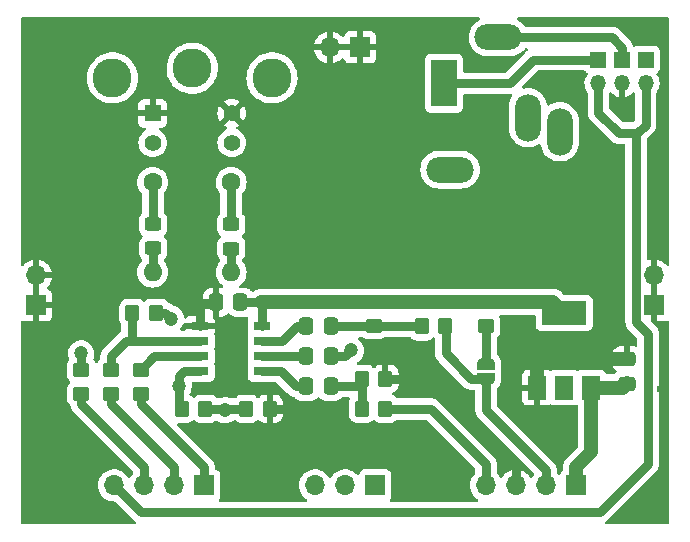
<source format=gtl>
G04 #@! TF.GenerationSoftware,KiCad,Pcbnew,(6.0.0)*
G04 #@! TF.CreationDate,2022-02-21T16:40:38+01:00*
G04 #@! TF.ProjectId,rfreplacement,72667265-706c-4616-9365-6d656e742e6b,rev?*
G04 #@! TF.SameCoordinates,Original*
G04 #@! TF.FileFunction,Copper,L1,Top*
G04 #@! TF.FilePolarity,Positive*
%FSLAX46Y46*%
G04 Gerber Fmt 4.6, Leading zero omitted, Abs format (unit mm)*
G04 Created by KiCad (PCBNEW (6.0.0)) date 2022-02-21 16:40:38*
%MOMM*%
%LPD*%
G01*
G04 APERTURE LIST*
G04 Aperture macros list*
%AMRoundRect*
0 Rectangle with rounded corners*
0 $1 Rounding radius*
0 $2 $3 $4 $5 $6 $7 $8 $9 X,Y pos of 4 corners*
0 Add a 4 corners polygon primitive as box body*
4,1,4,$2,$3,$4,$5,$6,$7,$8,$9,$2,$3,0*
0 Add four circle primitives for the rounded corners*
1,1,$1+$1,$2,$3*
1,1,$1+$1,$4,$5*
1,1,$1+$1,$6,$7*
1,1,$1+$1,$8,$9*
0 Add four rect primitives between the rounded corners*
20,1,$1+$1,$2,$3,$4,$5,0*
20,1,$1+$1,$4,$5,$6,$7,0*
20,1,$1+$1,$6,$7,$8,$9,0*
20,1,$1+$1,$8,$9,$2,$3,0*%
%AMFreePoly0*
4,1,22,0.500000,-0.750000,0.000000,-0.750000,0.000000,-0.745033,-0.079941,-0.743568,-0.215256,-0.701293,-0.333266,-0.622738,-0.424486,-0.514219,-0.481581,-0.384460,-0.499164,-0.250000,-0.500000,-0.250000,-0.500000,0.250000,-0.499164,0.250000,-0.499963,0.256109,-0.478152,0.396186,-0.417904,0.524511,-0.324060,0.630769,-0.204165,0.706417,-0.067858,0.745374,0.000000,0.744959,0.000000,0.750000,
0.500000,0.750000,0.500000,-0.750000,0.500000,-0.750000,$1*%
%AMFreePoly1*
4,1,20,0.000000,0.744959,0.073905,0.744508,0.209726,0.703889,0.328688,0.626782,0.421226,0.519385,0.479903,0.390333,0.500000,0.250000,0.500000,-0.250000,0.499851,-0.262216,0.476331,-0.402017,0.414519,-0.529596,0.319384,-0.634700,0.198574,-0.708877,0.061801,-0.746166,0.000000,-0.745033,0.000000,-0.750000,-0.500000,-0.750000,-0.500000,0.750000,0.000000,0.750000,0.000000,0.744959,
0.000000,0.744959,$1*%
G04 Aperture macros list end*
G04 #@! TA.AperFunction,ComponentPad*
%ADD10R,1.700000X1.700000*%
G04 #@! TD*
G04 #@! TA.AperFunction,ComponentPad*
%ADD11O,1.700000X1.700000*%
G04 #@! TD*
G04 #@! TA.AperFunction,SMDPad,CuDef*
%ADD12R,1.450000X0.800000*%
G04 #@! TD*
G04 #@! TA.AperFunction,SMDPad,CuDef*
%ADD13RoundRect,0.250000X-0.475000X0.337500X-0.475000X-0.337500X0.475000X-0.337500X0.475000X0.337500X0*%
G04 #@! TD*
G04 #@! TA.AperFunction,SMDPad,CuDef*
%ADD14RoundRect,0.250000X0.337500X0.475000X-0.337500X0.475000X-0.337500X-0.475000X0.337500X-0.475000X0*%
G04 #@! TD*
G04 #@! TA.AperFunction,SMDPad,CuDef*
%ADD15RoundRect,0.250000X-0.337500X-0.475000X0.337500X-0.475000X0.337500X0.475000X-0.337500X0.475000X0*%
G04 #@! TD*
G04 #@! TA.AperFunction,SMDPad,CuDef*
%ADD16FreePoly0,270.000000*%
G04 #@! TD*
G04 #@! TA.AperFunction,SMDPad,CuDef*
%ADD17FreePoly1,270.000000*%
G04 #@! TD*
G04 #@! TA.AperFunction,SMDPad,CuDef*
%ADD18RoundRect,0.250000X-0.350000X-0.450000X0.350000X-0.450000X0.350000X0.450000X-0.350000X0.450000X0*%
G04 #@! TD*
G04 #@! TA.AperFunction,SMDPad,CuDef*
%ADD19RoundRect,0.250000X0.450000X-0.350000X0.450000X0.350000X-0.450000X0.350000X-0.450000X-0.350000X0*%
G04 #@! TD*
G04 #@! TA.AperFunction,SMDPad,CuDef*
%ADD20RoundRect,0.250000X-0.450000X0.350000X-0.450000X-0.350000X0.450000X-0.350000X0.450000X0.350000X0*%
G04 #@! TD*
G04 #@! TA.AperFunction,SMDPad,CuDef*
%ADD21RoundRect,0.250000X0.350000X0.450000X-0.350000X0.450000X-0.350000X-0.450000X0.350000X-0.450000X0*%
G04 #@! TD*
G04 #@! TA.AperFunction,SMDPad,CuDef*
%ADD22R,1.500000X2.000000*%
G04 #@! TD*
G04 #@! TA.AperFunction,SMDPad,CuDef*
%ADD23R,3.800000X2.000000*%
G04 #@! TD*
G04 #@! TA.AperFunction,ComponentPad*
%ADD24O,2.200000X4.000000*%
G04 #@! TD*
G04 #@! TA.AperFunction,ComponentPad*
%ADD25O,4.000000X2.200000*%
G04 #@! TD*
G04 #@! TA.AperFunction,ComponentPad*
%ADD26R,2.200000X4.000000*%
G04 #@! TD*
G04 #@! TA.AperFunction,ComponentPad*
%ADD27R,1.398000X1.398000*%
G04 #@! TD*
G04 #@! TA.AperFunction,ComponentPad*
%ADD28C,1.398000*%
G04 #@! TD*
G04 #@! TA.AperFunction,ComponentPad*
%ADD29C,3.306000*%
G04 #@! TD*
G04 #@! TA.AperFunction,ComponentPad*
%ADD30R,1.350000X1.350000*%
G04 #@! TD*
G04 #@! TA.AperFunction,ComponentPad*
%ADD31O,1.350000X1.350000*%
G04 #@! TD*
G04 #@! TA.AperFunction,SMDPad,CuDef*
%ADD32RoundRect,0.250000X0.450000X-0.325000X0.450000X0.325000X-0.450000X0.325000X-0.450000X-0.325000X0*%
G04 #@! TD*
G04 #@! TA.AperFunction,ComponentPad*
%ADD33C,1.600000*%
G04 #@! TD*
G04 #@! TA.AperFunction,ComponentPad*
%ADD34O,1.600000X1.600000*%
G04 #@! TD*
G04 #@! TA.AperFunction,ViaPad*
%ADD35C,1.200000*%
G04 #@! TD*
G04 #@! TA.AperFunction,ViaPad*
%ADD36C,0.600000*%
G04 #@! TD*
G04 #@! TA.AperFunction,Conductor*
%ADD37C,0.800000*%
G04 #@! TD*
G04 #@! TA.AperFunction,Conductor*
%ADD38C,1.200000*%
G04 #@! TD*
G04 APERTURE END LIST*
D10*
X144272000Y-99822000D03*
D11*
X141732000Y-99822000D03*
X139192000Y-99822000D03*
X136652000Y-99822000D03*
D12*
X117687000Y-90170000D03*
X117687000Y-88900000D03*
X117687000Y-87630000D03*
X117687000Y-86360000D03*
X112437000Y-86360000D03*
X112437000Y-87630000D03*
X112437000Y-88900000D03*
X112437000Y-90170000D03*
D13*
X148590000Y-89123500D03*
X148590000Y-91198500D03*
D14*
X115845500Y-84328000D03*
X113770500Y-84328000D03*
D15*
X121399500Y-88900000D03*
X123474500Y-88900000D03*
D14*
X123474500Y-86360000D03*
X121399500Y-86360000D03*
D16*
X136652000Y-89505000D03*
D17*
X136652000Y-90805000D03*
D18*
X106696000Y-85217000D03*
X108696000Y-85217000D03*
X116357000Y-93345000D03*
X118357000Y-93345000D03*
D19*
X102362000Y-92050000D03*
X102362000Y-90050000D03*
D20*
X107442000Y-90050000D03*
X107442000Y-92050000D03*
D19*
X104902000Y-92050000D03*
X104902000Y-90050000D03*
D20*
X136652000Y-84335000D03*
X136652000Y-86335000D03*
X127127000Y-84335000D03*
X127127000Y-86335000D03*
D21*
X128127000Y-93345000D03*
X126127000Y-93345000D03*
D22*
X140956000Y-91542000D03*
X143256000Y-91542000D03*
X145556000Y-91542000D03*
D23*
X143256000Y-85242000D03*
D21*
X112887000Y-93345000D03*
X110887000Y-93345000D03*
D18*
X126127000Y-90805000D03*
X128127000Y-90805000D03*
D14*
X123474500Y-91440000D03*
X121399500Y-91440000D03*
D10*
X127254000Y-99822000D03*
D11*
X124714000Y-99822000D03*
X122174000Y-99822000D03*
D18*
X131207000Y-86360000D03*
X133207000Y-86360000D03*
D10*
X112776000Y-99822000D03*
D11*
X110236000Y-99822000D03*
X107696000Y-99822000D03*
X105156000Y-99822000D03*
D24*
X142896000Y-69886000D03*
X140196000Y-68686000D03*
D25*
X137696000Y-61886000D03*
D26*
X133096000Y-65786000D03*
D25*
X133596000Y-73086000D03*
D27*
X108410000Y-68326000D03*
D28*
X115110000Y-68326000D03*
X108410000Y-70816000D03*
X115110000Y-70816000D03*
D29*
X111760000Y-64516000D03*
X118520000Y-65326000D03*
X105000000Y-65326000D03*
D30*
X146156000Y-63772000D03*
D31*
X146156000Y-65772000D03*
D30*
X148156000Y-63772000D03*
D31*
X148156000Y-65772000D03*
D30*
X150156000Y-63772000D03*
D31*
X150156000Y-65772000D03*
D32*
X115062000Y-79774000D03*
X115062000Y-77724000D03*
X108458000Y-79756000D03*
X108458000Y-77706000D03*
D10*
X125984000Y-62738000D03*
D11*
X123444000Y-62738000D03*
D10*
X150876000Y-84582000D03*
D11*
X150876000Y-82042000D03*
D10*
X98552000Y-84582000D03*
D11*
X98552000Y-82042000D03*
D33*
X108406000Y-74152000D03*
D34*
X108406000Y-81772000D03*
D33*
X115062000Y-74168000D03*
D34*
X115062000Y-81788000D03*
D35*
X110617000Y-91440000D03*
X102362000Y-88646000D03*
X114554000Y-93472000D03*
X125222000Y-88392000D03*
X109982000Y-85725000D03*
D36*
X151384000Y-74168000D03*
X128651000Y-88392000D03*
X135636000Y-77724000D03*
D35*
X111887000Y-84455000D03*
D36*
X98044000Y-74168000D03*
X151384000Y-91694000D03*
X148156000Y-67272000D03*
X141986000Y-94742000D03*
D35*
X120142000Y-93345000D03*
D36*
X124714000Y-70612000D03*
X98044000Y-102362000D03*
X111760000Y-77724000D03*
X151384000Y-60960000D03*
X151384000Y-102362000D03*
X132080000Y-97536000D03*
X117348000Y-97536000D03*
X124714000Y-77724000D03*
X111760000Y-70612000D03*
X102362000Y-97536000D03*
X98044000Y-91694000D03*
X98044000Y-60960000D03*
D37*
X120523000Y-91440000D02*
X121412000Y-91440000D01*
X119253000Y-90170000D02*
X120523000Y-91440000D01*
X117687000Y-90170000D02*
X119253000Y-90170000D01*
X117687000Y-88900000D02*
X121412000Y-88900000D01*
X117687000Y-87630000D02*
X119380000Y-87630000D01*
X120650000Y-86360000D02*
X121412000Y-86360000D01*
X119380000Y-87630000D02*
X120650000Y-86360000D01*
X117687000Y-84395000D02*
X117687000Y-86360000D01*
D38*
X142324000Y-84310000D02*
X127127000Y-84310000D01*
X127127000Y-84310000D02*
X117602000Y-84310000D01*
D37*
X117584000Y-84328000D02*
X115833000Y-84328000D01*
D38*
X143256000Y-85242000D02*
X142324000Y-84310000D01*
D37*
X117602000Y-84310000D02*
X117687000Y-84395000D01*
X117602000Y-84310000D02*
X117584000Y-84328000D01*
X110617000Y-91440000D02*
X110617000Y-93100000D01*
X110617000Y-90591472D02*
X110617000Y-91440000D01*
X110617000Y-93100000D02*
X110862000Y-93345000D01*
X112437000Y-90170000D02*
X111038472Y-90170000D01*
X102362000Y-90025000D02*
X102362000Y-88646000D01*
X111038472Y-90170000D02*
X110617000Y-90591472D01*
X112437000Y-88900000D02*
X108567000Y-88900000D01*
X108567000Y-88900000D02*
X107442000Y-90025000D01*
X112437000Y-87630000D02*
X106671000Y-87630000D01*
X106172000Y-87630000D02*
X104902000Y-88900000D01*
X104902000Y-88900000D02*
X104902000Y-90025000D01*
X106671000Y-87630000D02*
X106172000Y-87630000D01*
X106671000Y-85217000D02*
X106671000Y-87630000D01*
X109474000Y-85217000D02*
X109982000Y-85725000D01*
X114427000Y-93345000D02*
X114554000Y-93472000D01*
X124714000Y-88900000D02*
X125222000Y-88392000D01*
X112912000Y-93345000D02*
X114427000Y-93345000D01*
X108721000Y-85217000D02*
X109474000Y-85217000D01*
X116332000Y-93345000D02*
X114681000Y-93345000D01*
X114681000Y-93345000D02*
X114554000Y-93472000D01*
X123462000Y-88900000D02*
X124714000Y-88900000D01*
X126102000Y-90805000D02*
X126102000Y-91440000D01*
X126102000Y-91440000D02*
X126102000Y-93345000D01*
X123462000Y-91440000D02*
X126102000Y-91440000D01*
X131182000Y-86360000D02*
X127127000Y-86360000D01*
X123462000Y-86360000D02*
X127127000Y-86360000D01*
X107696000Y-98298000D02*
X102362000Y-92964000D01*
X102362000Y-92964000D02*
X102362000Y-92075000D01*
X115062000Y-81788000D02*
X115062000Y-79774000D01*
X107696000Y-99822000D02*
X107696000Y-98298000D01*
X107442000Y-92964000D02*
X107442000Y-92075000D01*
X112776000Y-98298000D02*
X107442000Y-92964000D01*
X112776000Y-99822000D02*
X112776000Y-98298000D01*
X110236000Y-98298000D02*
X104902000Y-92964000D01*
X104902000Y-92964000D02*
X104902000Y-92075000D01*
X108458000Y-81788000D02*
X108458000Y-79756000D01*
X110236000Y-99822000D02*
X110236000Y-98298000D01*
X135382000Y-90805000D02*
X133232000Y-88655000D01*
X136652000Y-93472000D02*
X136652000Y-90805000D01*
X141732000Y-99822000D02*
X141732000Y-98552000D01*
X141732000Y-98552000D02*
X136652000Y-93472000D01*
X133232000Y-88655000D02*
X133232000Y-86360000D01*
X136652000Y-90805000D02*
X135382000Y-90805000D01*
X131953000Y-93345000D02*
X128152000Y-93345000D01*
X136652000Y-98044000D02*
X131953000Y-93345000D01*
X136652000Y-99822000D02*
X136652000Y-98044000D01*
X118382000Y-93345000D02*
X120142000Y-93345000D01*
X112437000Y-84667000D02*
X112649000Y-84455000D01*
X112437000Y-86360000D02*
X112437000Y-84667000D01*
X139192000Y-98298000D02*
X139192000Y-99822000D01*
X113792000Y-84455000D02*
X112649000Y-84455000D01*
X131699000Y-90805000D02*
X139192000Y-98298000D01*
D38*
X140956000Y-89342000D02*
X140956000Y-91542000D01*
D37*
X128152000Y-90805000D02*
X131699000Y-90805000D01*
D38*
X148590000Y-89136000D02*
X141162000Y-89136000D01*
D37*
X112649000Y-84455000D02*
X111887000Y-84455000D01*
D38*
X141162000Y-89136000D02*
X140956000Y-89342000D01*
D37*
X136652000Y-89505000D02*
X136652000Y-86360000D01*
X140656000Y-63772000D02*
X138642000Y-65786000D01*
X146156000Y-63772000D02*
X140656000Y-63772000D01*
X138642000Y-65786000D02*
X133096000Y-65786000D01*
X115062000Y-77724000D02*
X115062000Y-74168000D01*
D38*
X144272000Y-98298000D02*
X145551000Y-97019000D01*
X145551000Y-97019000D02*
X145551000Y-91547000D01*
X145556000Y-91542000D02*
X148234000Y-91542000D01*
X148234000Y-91542000D02*
X148590000Y-91186000D01*
X144272000Y-99822000D02*
X144272000Y-98298000D01*
D37*
X150156000Y-69272000D02*
X150156000Y-65772000D01*
X149352000Y-85957022D02*
X149352000Y-70076000D01*
X107442000Y-102108000D02*
X146304000Y-102108000D01*
X146156000Y-68272000D02*
X147885511Y-70001511D01*
X105156000Y-99822000D02*
X107442000Y-102108000D01*
X147885511Y-70001511D02*
X149426489Y-70001511D01*
X150368000Y-86973022D02*
X149352000Y-85957022D01*
X146156000Y-65772000D02*
X146156000Y-68272000D01*
X149426489Y-70001511D02*
X150156000Y-69272000D01*
X149352000Y-70076000D02*
X149426489Y-70001511D01*
X150368000Y-98044000D02*
X150368000Y-86973022D01*
X146304000Y-102108000D02*
X150368000Y-98044000D01*
X108458000Y-77706000D02*
X108458000Y-74168000D01*
X147270000Y-61886000D02*
X148156000Y-62772000D01*
X148156000Y-62772000D02*
X148156000Y-63772000D01*
X137696000Y-61886000D02*
X147270000Y-61886000D01*
G04 #@! TA.AperFunction,Conductor*
G36*
X136102654Y-60218002D02*
G01*
X136149147Y-60271658D01*
X136159251Y-60341932D01*
X136129757Y-60406512D01*
X136082753Y-60440408D01*
X136063498Y-60448384D01*
X135847624Y-60580672D01*
X135655102Y-60745102D01*
X135490672Y-60937624D01*
X135358384Y-61153498D01*
X135356491Y-61158068D01*
X135356489Y-61158072D01*
X135297217Y-61301168D01*
X135261495Y-61387409D01*
X135256610Y-61407758D01*
X135210333Y-61600517D01*
X135202391Y-61633597D01*
X135182526Y-61886000D01*
X135202391Y-62138403D01*
X135203545Y-62143210D01*
X135203546Y-62143216D01*
X135236469Y-62280351D01*
X135261495Y-62384591D01*
X135263388Y-62389162D01*
X135263389Y-62389164D01*
X135349991Y-62598239D01*
X135358384Y-62618502D01*
X135490672Y-62834376D01*
X135655102Y-63026898D01*
X135847624Y-63191328D01*
X136063498Y-63323616D01*
X136068068Y-63325509D01*
X136068072Y-63325511D01*
X136267796Y-63408239D01*
X136297409Y-63420505D01*
X136382032Y-63440821D01*
X136538784Y-63478454D01*
X136538790Y-63478455D01*
X136543597Y-63479609D01*
X136643416Y-63487465D01*
X136730345Y-63494307D01*
X136730352Y-63494307D01*
X136732801Y-63494500D01*
X138659199Y-63494500D01*
X138661648Y-63494307D01*
X138661655Y-63494307D01*
X138748584Y-63487465D01*
X138848403Y-63479609D01*
X138853210Y-63478455D01*
X138853216Y-63478454D01*
X139009968Y-63440821D01*
X139094591Y-63420505D01*
X139124204Y-63408239D01*
X139323928Y-63325511D01*
X139323932Y-63325509D01*
X139328502Y-63323616D01*
X139544376Y-63191328D01*
X139736898Y-63026898D01*
X139897662Y-62838668D01*
X139957112Y-62799860D01*
X139993472Y-62794500D01*
X140061842Y-62794500D01*
X140129963Y-62814502D01*
X140176456Y-62868158D01*
X140186560Y-62938432D01*
X140157066Y-63003012D01*
X140129885Y-63025455D01*
X140130118Y-63025776D01*
X140124941Y-63029538D01*
X140124842Y-63029619D01*
X140124776Y-63029657D01*
X140124772Y-63029660D01*
X140119056Y-63032960D01*
X140114150Y-63037377D01*
X140114145Y-63037381D01*
X140068231Y-63078722D01*
X140063216Y-63083006D01*
X140054718Y-63089888D01*
X140047259Y-63095928D01*
X140032744Y-63110443D01*
X140027959Y-63114984D01*
X139977134Y-63160747D01*
X139973255Y-63166086D01*
X139973254Y-63166087D01*
X139968860Y-63172135D01*
X139956019Y-63187168D01*
X138302592Y-64840595D01*
X138240280Y-64874621D01*
X138213497Y-64877500D01*
X134830500Y-64877500D01*
X134762379Y-64857498D01*
X134715886Y-64803842D01*
X134704500Y-64751500D01*
X134704500Y-63737866D01*
X134697745Y-63675684D01*
X134646615Y-63539295D01*
X134559261Y-63422739D01*
X134442705Y-63335385D01*
X134306316Y-63284255D01*
X134244134Y-63277500D01*
X131947866Y-63277500D01*
X131885684Y-63284255D01*
X131749295Y-63335385D01*
X131632739Y-63422739D01*
X131545385Y-63539295D01*
X131494255Y-63675684D01*
X131487500Y-63737866D01*
X131487500Y-67834134D01*
X131494255Y-67896316D01*
X131545385Y-68032705D01*
X131632739Y-68149261D01*
X131749295Y-68236615D01*
X131885684Y-68287745D01*
X131947866Y-68294500D01*
X134244134Y-68294500D01*
X134306316Y-68287745D01*
X134442705Y-68236615D01*
X134559261Y-68149261D01*
X134646615Y-68032705D01*
X134697745Y-67896316D01*
X134704500Y-67834134D01*
X134704500Y-66820500D01*
X134724502Y-66752379D01*
X134778158Y-66705886D01*
X134830500Y-66694500D01*
X138560583Y-66694500D01*
X138580292Y-66696051D01*
X138594190Y-66698252D01*
X138600777Y-66697907D01*
X138600782Y-66697907D01*
X138662480Y-66694673D01*
X138669074Y-66694500D01*
X138689610Y-66694500D01*
X138692882Y-66694156D01*
X138692884Y-66694156D01*
X138710042Y-66692353D01*
X138716617Y-66691836D01*
X138749593Y-66690108D01*
X138818668Y-66706518D01*
X138867905Y-66757667D01*
X138881672Y-66827316D01*
X138863619Y-66881770D01*
X138760975Y-67049268D01*
X138760970Y-67049278D01*
X138758384Y-67053498D01*
X138756491Y-67058068D01*
X138756489Y-67058072D01*
X138664618Y-67279869D01*
X138661495Y-67287409D01*
X138660340Y-67292221D01*
X138608202Y-67509394D01*
X138602391Y-67533597D01*
X138587500Y-67722801D01*
X138587500Y-69649199D01*
X138587693Y-69651648D01*
X138587693Y-69651655D01*
X138589687Y-69676987D01*
X138602391Y-69838403D01*
X138603545Y-69843210D01*
X138603546Y-69843216D01*
X138617189Y-69900041D01*
X138661495Y-70084591D01*
X138758384Y-70318502D01*
X138890672Y-70534376D01*
X139055102Y-70726898D01*
X139247624Y-70891328D01*
X139463498Y-71023616D01*
X139468068Y-71025509D01*
X139468072Y-71025511D01*
X139692836Y-71118611D01*
X139697409Y-71120505D01*
X139782032Y-71140821D01*
X139938784Y-71178454D01*
X139938790Y-71178455D01*
X139943597Y-71179609D01*
X140196000Y-71199474D01*
X140448403Y-71179609D01*
X140453210Y-71178455D01*
X140453216Y-71178454D01*
X140609968Y-71140821D01*
X140694591Y-71120505D01*
X140699164Y-71118611D01*
X140923928Y-71025511D01*
X140923932Y-71025509D01*
X140928502Y-71023616D01*
X141108764Y-70913151D01*
X141177298Y-70894613D01*
X141244974Y-70916069D01*
X141290307Y-70970708D01*
X141300211Y-71010698D01*
X141302391Y-71038403D01*
X141361495Y-71284591D01*
X141363388Y-71289162D01*
X141363389Y-71289164D01*
X141447408Y-71492003D01*
X141458384Y-71518502D01*
X141590672Y-71734376D01*
X141755102Y-71926898D01*
X141947624Y-72091328D01*
X142163498Y-72223616D01*
X142168068Y-72225509D01*
X142168072Y-72225511D01*
X142392836Y-72318611D01*
X142397409Y-72320505D01*
X142482032Y-72340821D01*
X142638784Y-72378454D01*
X142638790Y-72378455D01*
X142643597Y-72379609D01*
X142896000Y-72399474D01*
X143148403Y-72379609D01*
X143153210Y-72378455D01*
X143153216Y-72378454D01*
X143309968Y-72340821D01*
X143394591Y-72320505D01*
X143399164Y-72318611D01*
X143623928Y-72225511D01*
X143623932Y-72225509D01*
X143628502Y-72223616D01*
X143844376Y-72091328D01*
X144036898Y-71926898D01*
X144201328Y-71734376D01*
X144333616Y-71518502D01*
X144344593Y-71492003D01*
X144428611Y-71289164D01*
X144428612Y-71289162D01*
X144430505Y-71284591D01*
X144489609Y-71038403D01*
X144501437Y-70888117D01*
X144504307Y-70851655D01*
X144504307Y-70851648D01*
X144504500Y-70849199D01*
X144504500Y-68922801D01*
X144489609Y-68733597D01*
X144481069Y-68698022D01*
X144443541Y-68541709D01*
X144430505Y-68487409D01*
X144428611Y-68482836D01*
X144335511Y-68258072D01*
X144335509Y-68258068D01*
X144333616Y-68253498D01*
X144201328Y-68037624D01*
X144036898Y-67845102D01*
X143844376Y-67680672D01*
X143628502Y-67548384D01*
X143623932Y-67546491D01*
X143623928Y-67546489D01*
X143399164Y-67453389D01*
X143399162Y-67453388D01*
X143394591Y-67451495D01*
X143309968Y-67431179D01*
X143153216Y-67393546D01*
X143153210Y-67393545D01*
X143148403Y-67392391D01*
X142896000Y-67372526D01*
X142643597Y-67392391D01*
X142638790Y-67393545D01*
X142638784Y-67393546D01*
X142482032Y-67431179D01*
X142397409Y-67451495D01*
X142392838Y-67453388D01*
X142392836Y-67453389D01*
X142168072Y-67546489D01*
X142168068Y-67546491D01*
X142163498Y-67548384D01*
X142159278Y-67550970D01*
X141983236Y-67658849D01*
X141914702Y-67677387D01*
X141847026Y-67655931D01*
X141801693Y-67601292D01*
X141791789Y-67561300D01*
X141790976Y-67550970D01*
X141789609Y-67533597D01*
X141783799Y-67509394D01*
X141731660Y-67292221D01*
X141730505Y-67287409D01*
X141727382Y-67279869D01*
X141635511Y-67058072D01*
X141635509Y-67058068D01*
X141633616Y-67053498D01*
X141501328Y-66837624D01*
X141336898Y-66645102D01*
X141144376Y-66480672D01*
X140928502Y-66348384D01*
X140923932Y-66346491D01*
X140923928Y-66346489D01*
X140699164Y-66253389D01*
X140699162Y-66253388D01*
X140694591Y-66251495D01*
X140579549Y-66223876D01*
X140453216Y-66193546D01*
X140453210Y-66193545D01*
X140448403Y-66192391D01*
X140196000Y-66172526D01*
X139943597Y-66192391D01*
X139938790Y-66193545D01*
X139938784Y-66193546D01*
X139821148Y-66221788D01*
X139750240Y-66218241D01*
X139692506Y-66176921D01*
X139666276Y-66110947D01*
X139679879Y-66041266D01*
X139702639Y-66010174D01*
X140995408Y-64717405D01*
X141057720Y-64683379D01*
X141084503Y-64680500D01*
X144957461Y-64680500D01*
X145025582Y-64700502D01*
X145058287Y-64730935D01*
X145070753Y-64747568D01*
X145117739Y-64810261D01*
X145124919Y-64815642D01*
X145196269Y-64869116D01*
X145238784Y-64925975D01*
X145243810Y-64996794D01*
X145219654Y-65047948D01*
X145193756Y-65080800D01*
X145159181Y-65124658D01*
X145057905Y-65317154D01*
X145056192Y-65322671D01*
X145025452Y-65421670D01*
X144993403Y-65524882D01*
X144967837Y-65740887D01*
X144982063Y-65957933D01*
X144983484Y-65963529D01*
X144983485Y-65963534D01*
X145025436Y-66128712D01*
X145035605Y-66168753D01*
X145038022Y-66173996D01*
X145075566Y-66255435D01*
X145126668Y-66366285D01*
X145130001Y-66371001D01*
X145224397Y-66504568D01*
X145247500Y-66577288D01*
X145247500Y-68190583D01*
X145245949Y-68210292D01*
X145243748Y-68224190D01*
X145244093Y-68230777D01*
X145244093Y-68230782D01*
X145247327Y-68292480D01*
X145247500Y-68299074D01*
X145247500Y-68319610D01*
X145247844Y-68322882D01*
X145247844Y-68322884D01*
X145249647Y-68340042D01*
X145250164Y-68346616D01*
X145253743Y-68414903D01*
X145255453Y-68421284D01*
X145255453Y-68421286D01*
X145257383Y-68428491D01*
X145260985Y-68447925D01*
X145261766Y-68455354D01*
X145261768Y-68455363D01*
X145262458Y-68461928D01*
X145283600Y-68526997D01*
X145285467Y-68533299D01*
X145303171Y-68599370D01*
X145309559Y-68611907D01*
X145317125Y-68630173D01*
X145321473Y-68643556D01*
X145324776Y-68649278D01*
X145324777Y-68649279D01*
X145355667Y-68702782D01*
X145358814Y-68708577D01*
X145389871Y-68769530D01*
X145394024Y-68774658D01*
X145394025Y-68774660D01*
X145398727Y-68780466D01*
X145409927Y-68796763D01*
X145413657Y-68803224D01*
X145413660Y-68803228D01*
X145416960Y-68808944D01*
X145421377Y-68813850D01*
X145421381Y-68813855D01*
X145462722Y-68859769D01*
X145467006Y-68864784D01*
X145479928Y-68880741D01*
X145494443Y-68895256D01*
X145498984Y-68900041D01*
X145544747Y-68950866D01*
X145550086Y-68954745D01*
X145550087Y-68954746D01*
X145556135Y-68959140D01*
X145571168Y-68971981D01*
X147185530Y-70586343D01*
X147198371Y-70601376D01*
X147206645Y-70612764D01*
X147211554Y-70617184D01*
X147257470Y-70658527D01*
X147262255Y-70663068D01*
X147276770Y-70677583D01*
X147279334Y-70679659D01*
X147292727Y-70690505D01*
X147297742Y-70694789D01*
X147343656Y-70736130D01*
X147343661Y-70736134D01*
X147348567Y-70740551D01*
X147354283Y-70743851D01*
X147354287Y-70743854D01*
X147360748Y-70747584D01*
X147377044Y-70758784D01*
X147387981Y-70767640D01*
X147393859Y-70770635D01*
X147393862Y-70770637D01*
X147448937Y-70798699D01*
X147454734Y-70801847D01*
X147469765Y-70810525D01*
X147513955Y-70836038D01*
X147527337Y-70840386D01*
X147545596Y-70847949D01*
X147558141Y-70854341D01*
X147564511Y-70856048D01*
X147564514Y-70856049D01*
X147603585Y-70866518D01*
X147624223Y-70872048D01*
X147630536Y-70873918D01*
X147695583Y-70895053D01*
X147709586Y-70896525D01*
X147729015Y-70900126D01*
X147742608Y-70903768D01*
X147749205Y-70904114D01*
X147749207Y-70904114D01*
X147810895Y-70907347D01*
X147817469Y-70907864D01*
X147834627Y-70909667D01*
X147834629Y-70909667D01*
X147837901Y-70910011D01*
X147858437Y-70910011D01*
X147865031Y-70910184D01*
X147926729Y-70913418D01*
X147926734Y-70913418D01*
X147933321Y-70913763D01*
X147947219Y-70911562D01*
X147966928Y-70910011D01*
X148317500Y-70910011D01*
X148385621Y-70930013D01*
X148432114Y-70983669D01*
X148443500Y-71036011D01*
X148443500Y-85875605D01*
X148441949Y-85895314D01*
X148439748Y-85909212D01*
X148440093Y-85915799D01*
X148440093Y-85915804D01*
X148443327Y-85977502D01*
X148443500Y-85984096D01*
X148443500Y-86004632D01*
X148443844Y-86007904D01*
X148443844Y-86007906D01*
X148445647Y-86025064D01*
X148446164Y-86031638D01*
X148447550Y-86058075D01*
X148449743Y-86099925D01*
X148451453Y-86106306D01*
X148451453Y-86106308D01*
X148453383Y-86113513D01*
X148456985Y-86132947D01*
X148457766Y-86140376D01*
X148457768Y-86140385D01*
X148458458Y-86146950D01*
X148479600Y-86212019D01*
X148481467Y-86218321D01*
X148499171Y-86284392D01*
X148503828Y-86293531D01*
X148505559Y-86296929D01*
X148513125Y-86315195D01*
X148517473Y-86328578D01*
X148548779Y-86382801D01*
X148551667Y-86387804D01*
X148554814Y-86393599D01*
X148585871Y-86454552D01*
X148590024Y-86459680D01*
X148590025Y-86459682D01*
X148594727Y-86465488D01*
X148605927Y-86481785D01*
X148609657Y-86488246D01*
X148609660Y-86488250D01*
X148612960Y-86493966D01*
X148617377Y-86498872D01*
X148617381Y-86498877D01*
X148658722Y-86544791D01*
X148663006Y-86549806D01*
X148675928Y-86565763D01*
X148690443Y-86580278D01*
X148694984Y-86585063D01*
X148740747Y-86635888D01*
X148746086Y-86639767D01*
X148746087Y-86639768D01*
X148752135Y-86644162D01*
X148767168Y-86657003D01*
X149422595Y-87312430D01*
X149456621Y-87374742D01*
X149459500Y-87401525D01*
X149459500Y-87943672D01*
X149439498Y-88011793D01*
X149385842Y-88058286D01*
X149315568Y-88068390D01*
X149293833Y-88063265D01*
X149226293Y-88040863D01*
X149212914Y-88037995D01*
X149118562Y-88028328D01*
X149112145Y-88028000D01*
X148862115Y-88028000D01*
X148846876Y-88032475D01*
X148845671Y-88033865D01*
X148844000Y-88041548D01*
X148844000Y-89251500D01*
X148823998Y-89319621D01*
X148770342Y-89366114D01*
X148718000Y-89377500D01*
X147375116Y-89377500D01*
X147359877Y-89381975D01*
X147358672Y-89383365D01*
X147357001Y-89391048D01*
X147357001Y-89508095D01*
X147357338Y-89514614D01*
X147367257Y-89610206D01*
X147370149Y-89623600D01*
X147421588Y-89777784D01*
X147427761Y-89790962D01*
X147513063Y-89928807D01*
X147522099Y-89940208D01*
X147636828Y-90054738D01*
X147645762Y-90061794D01*
X147686823Y-90119712D01*
X147690053Y-90190635D01*
X147654426Y-90252046D01*
X147646593Y-90258846D01*
X147640652Y-90262522D01*
X147515695Y-90387697D01*
X147515600Y-90387602D01*
X147460524Y-90426654D01*
X147419556Y-90433500D01*
X146895754Y-90433500D01*
X146827633Y-90413498D01*
X146781140Y-90359842D01*
X146777772Y-90351730D01*
X146759767Y-90303703D01*
X146756615Y-90295295D01*
X146669261Y-90178739D01*
X146552705Y-90091385D01*
X146416316Y-90040255D01*
X146354134Y-90033500D01*
X144757866Y-90033500D01*
X144695684Y-90040255D01*
X144559295Y-90091385D01*
X144552110Y-90096770D01*
X144552108Y-90096771D01*
X144481565Y-90149640D01*
X144415058Y-90174488D01*
X144345676Y-90159435D01*
X144330435Y-90149640D01*
X144259892Y-90096771D01*
X144259890Y-90096770D01*
X144252705Y-90091385D01*
X144116316Y-90040255D01*
X144054134Y-90033500D01*
X142457866Y-90033500D01*
X142395684Y-90040255D01*
X142259295Y-90091385D01*
X142217744Y-90122526D01*
X142181148Y-90149953D01*
X142114642Y-90174801D01*
X142045259Y-90159748D01*
X142030018Y-90149953D01*
X141959648Y-90097214D01*
X141944054Y-90088676D01*
X141823606Y-90043522D01*
X141808351Y-90039895D01*
X141757486Y-90034369D01*
X141750672Y-90034000D01*
X141228115Y-90034000D01*
X141212876Y-90038475D01*
X141211671Y-90039865D01*
X141210000Y-90047548D01*
X141210000Y-93031884D01*
X141214475Y-93047123D01*
X141215865Y-93048328D01*
X141223548Y-93049999D01*
X141750669Y-93049999D01*
X141757490Y-93049629D01*
X141808352Y-93044105D01*
X141823604Y-93040479D01*
X141944054Y-92995324D01*
X141959648Y-92986786D01*
X142030018Y-92934047D01*
X142096524Y-92909199D01*
X142165907Y-92924252D01*
X142181148Y-92934047D01*
X142259295Y-92992615D01*
X142395684Y-93043745D01*
X142457866Y-93050500D01*
X144054134Y-93050500D01*
X144116316Y-93043745D01*
X144210519Y-93008430D01*
X144244303Y-92995765D01*
X144244304Y-92995764D01*
X144252705Y-92992615D01*
X144257473Y-92989042D01*
X144325347Y-92974196D01*
X144391895Y-92998932D01*
X144434506Y-93055719D01*
X144442500Y-93099885D01*
X144442500Y-96507654D01*
X144422498Y-96575775D01*
X144405595Y-96596749D01*
X143561895Y-97440449D01*
X143553621Y-97447435D01*
X143553820Y-97447665D01*
X143549275Y-97451588D01*
X143544389Y-97455054D01*
X143540247Y-97459381D01*
X143480287Y-97522016D01*
X143478364Y-97523980D01*
X143450804Y-97551540D01*
X143448894Y-97553852D01*
X143448892Y-97553855D01*
X143446079Y-97557261D01*
X143439957Y-97564145D01*
X143398119Y-97607850D01*
X143394867Y-97612886D01*
X143394864Y-97612890D01*
X143379947Y-97635992D01*
X143371251Y-97647874D01*
X143354890Y-97667687D01*
X143349920Y-97673705D01*
X143341422Y-97689259D01*
X143320913Y-97726797D01*
X143316202Y-97734717D01*
X143283380Y-97785548D01*
X143281136Y-97791116D01*
X143281135Y-97791118D01*
X143270858Y-97816619D01*
X143264565Y-97829932D01*
X143248504Y-97859329D01*
X143246676Y-97865041D01*
X143246673Y-97865047D01*
X143230059Y-97916951D01*
X143226928Y-97925625D01*
X143204314Y-97981737D01*
X143203164Y-97987627D01*
X143197895Y-98014608D01*
X143194232Y-98028875D01*
X143184019Y-98060781D01*
X143183305Y-98066728D01*
X143183303Y-98066735D01*
X143176802Y-98120846D01*
X143175366Y-98129967D01*
X143163772Y-98189337D01*
X143163500Y-98194899D01*
X143163500Y-98224040D01*
X143162601Y-98239068D01*
X143159504Y-98264845D01*
X143159504Y-98264851D01*
X143158790Y-98270793D01*
X143159213Y-98276768D01*
X143159213Y-98276771D01*
X143163185Y-98332863D01*
X143163500Y-98341762D01*
X143163500Y-98467198D01*
X143143498Y-98535319D01*
X143113065Y-98568024D01*
X143058739Y-98608739D01*
X142971385Y-98725295D01*
X142968233Y-98733703D01*
X142926919Y-98843907D01*
X142884277Y-98900671D01*
X142817716Y-98925371D01*
X142748367Y-98910163D01*
X142715743Y-98884476D01*
X142673306Y-98837838D01*
X142642254Y-98773992D01*
X142640500Y-98753039D01*
X142640500Y-98633417D01*
X142642051Y-98613705D01*
X142643220Y-98606325D01*
X142644252Y-98599810D01*
X142643488Y-98585219D01*
X142640673Y-98531520D01*
X142640500Y-98524926D01*
X142640500Y-98504390D01*
X142639834Y-98498051D01*
X142638353Y-98483958D01*
X142637836Y-98477384D01*
X142634603Y-98415696D01*
X142634603Y-98415694D01*
X142634257Y-98409097D01*
X142630615Y-98395504D01*
X142627014Y-98376075D01*
X142626519Y-98371370D01*
X142625542Y-98362072D01*
X142604407Y-98297025D01*
X142602535Y-98290706D01*
X142586538Y-98231003D01*
X142586537Y-98231000D01*
X142584830Y-98224630D01*
X142578438Y-98212085D01*
X142570874Y-98193823D01*
X142569417Y-98189337D01*
X142566527Y-98180444D01*
X142538517Y-98131929D01*
X142532336Y-98121223D01*
X142529188Y-98115426D01*
X142501126Y-98060351D01*
X142501124Y-98060348D01*
X142498129Y-98054470D01*
X142489273Y-98043533D01*
X142478073Y-98027237D01*
X142474343Y-98020776D01*
X142474340Y-98020772D01*
X142471040Y-98015056D01*
X142466623Y-98010150D01*
X142466619Y-98010145D01*
X142425278Y-97964231D01*
X142420994Y-97959216D01*
X142410148Y-97945823D01*
X142408072Y-97943259D01*
X142393557Y-97928744D01*
X142389016Y-97923959D01*
X142386661Y-97921344D01*
X142343253Y-97873134D01*
X142335111Y-97867218D01*
X142331865Y-97864860D01*
X142316832Y-97852019D01*
X137597405Y-93132592D01*
X137563379Y-93070280D01*
X137560500Y-93043497D01*
X137560500Y-92586669D01*
X139698001Y-92586669D01*
X139698371Y-92593490D01*
X139703895Y-92644352D01*
X139707521Y-92659604D01*
X139752676Y-92780054D01*
X139761214Y-92795649D01*
X139837715Y-92897724D01*
X139850276Y-92910285D01*
X139952351Y-92986786D01*
X139967946Y-92995324D01*
X140088394Y-93040478D01*
X140103649Y-93044105D01*
X140154514Y-93049631D01*
X140161328Y-93050000D01*
X140683885Y-93050000D01*
X140699124Y-93045525D01*
X140700329Y-93044135D01*
X140702000Y-93036452D01*
X140702000Y-91814115D01*
X140697525Y-91798876D01*
X140696135Y-91797671D01*
X140688452Y-91796000D01*
X139716116Y-91796000D01*
X139700877Y-91800475D01*
X139699672Y-91801865D01*
X139698001Y-91809548D01*
X139698001Y-92586669D01*
X137560500Y-92586669D01*
X137560500Y-91633549D01*
X137580502Y-91565428D01*
X137604252Y-91538096D01*
X137617998Y-91526252D01*
X137713750Y-91416489D01*
X137721117Y-91405124D01*
X137789214Y-91300062D01*
X137791650Y-91296304D01*
X137803857Y-91269885D01*
X139698000Y-91269885D01*
X139702475Y-91285124D01*
X139703865Y-91286329D01*
X139711548Y-91288000D01*
X140683885Y-91288000D01*
X140699124Y-91283525D01*
X140700329Y-91282135D01*
X140702000Y-91274452D01*
X140702000Y-90052116D01*
X140697525Y-90036877D01*
X140696135Y-90035672D01*
X140688452Y-90034001D01*
X140161331Y-90034001D01*
X140154510Y-90034371D01*
X140103648Y-90039895D01*
X140088396Y-90043521D01*
X139967946Y-90088676D01*
X139952351Y-90097214D01*
X139850276Y-90173715D01*
X139837715Y-90186276D01*
X139761214Y-90288351D01*
X139752676Y-90303946D01*
X139707522Y-90424394D01*
X139703895Y-90439649D01*
X139698369Y-90490514D01*
X139698000Y-90497328D01*
X139698000Y-91269885D01*
X137803857Y-91269885D01*
X137850868Y-91168145D01*
X137850869Y-91168143D01*
X137852748Y-91164076D01*
X137878340Y-91078500D01*
X137892499Y-91031156D01*
X137892500Y-91031151D01*
X137893784Y-91026858D01*
X137896474Y-91008862D01*
X137914650Y-90887235D01*
X137914650Y-90887232D01*
X137915312Y-90882804D01*
X137916187Y-90739583D01*
X137915852Y-90737139D01*
X137915729Y-90733344D01*
X137915729Y-90305000D01*
X137911840Y-90250626D01*
X137910982Y-90238627D01*
X137910982Y-90238626D01*
X137910500Y-90231889D01*
X137899833Y-90195560D01*
X137896012Y-90142131D01*
X137898831Y-90122526D01*
X137915729Y-90005000D01*
X137915729Y-89514992D01*
X137915731Y-89514222D01*
X137916160Y-89444069D01*
X137916160Y-89444063D01*
X137916187Y-89439583D01*
X137899755Y-89319621D01*
X137897030Y-89299724D01*
X137897029Y-89299720D01*
X137896420Y-89295273D01*
X137857063Y-89157564D01*
X137797586Y-89024602D01*
X137795200Y-89020820D01*
X137795196Y-89020813D01*
X137727250Y-88913126D01*
X137721160Y-88903474D01*
X137676829Y-88851385D01*
X147357000Y-88851385D01*
X147361475Y-88866624D01*
X147362865Y-88867829D01*
X147370548Y-88869500D01*
X148317885Y-88869500D01*
X148333124Y-88865025D01*
X148334329Y-88863635D01*
X148336000Y-88855952D01*
X148336000Y-88046116D01*
X148331525Y-88030877D01*
X148330135Y-88029672D01*
X148322452Y-88028001D01*
X148067905Y-88028001D01*
X148061386Y-88028338D01*
X147965794Y-88038257D01*
X147952400Y-88041149D01*
X147798216Y-88092588D01*
X147785038Y-88098761D01*
X147647193Y-88184063D01*
X147635792Y-88193099D01*
X147521261Y-88307829D01*
X147512249Y-88319240D01*
X147427184Y-88457243D01*
X147421037Y-88470424D01*
X147369862Y-88624710D01*
X147366995Y-88638086D01*
X147357328Y-88732438D01*
X147357000Y-88738855D01*
X147357000Y-88851385D01*
X137676829Y-88851385D01*
X137636744Y-88804286D01*
X137629663Y-88795966D01*
X137626754Y-88792548D01*
X137603093Y-88771652D01*
X137565275Y-88711567D01*
X137560500Y-88677210D01*
X137560500Y-87351480D01*
X137580502Y-87283359D01*
X137597327Y-87262462D01*
X137597624Y-87262165D01*
X137701305Y-87158303D01*
X137713223Y-87138968D01*
X137790275Y-87013968D01*
X137790276Y-87013966D01*
X137794115Y-87007738D01*
X137836826Y-86878968D01*
X137847632Y-86846389D01*
X137847632Y-86846387D01*
X137849797Y-86839861D01*
X137852101Y-86817380D01*
X137858953Y-86750500D01*
X137860500Y-86735400D01*
X137860500Y-85934600D01*
X137860163Y-85931350D01*
X137850238Y-85835692D01*
X137850237Y-85835688D01*
X137849526Y-85828834D01*
X137829281Y-85768151D01*
X137795868Y-85668002D01*
X137793550Y-85661054D01*
X137762453Y-85610801D01*
X137743616Y-85542350D01*
X137764778Y-85474581D01*
X137819219Y-85429010D01*
X137869598Y-85418500D01*
X140721500Y-85418500D01*
X140789621Y-85438502D01*
X140836114Y-85492158D01*
X140847500Y-85544500D01*
X140847500Y-86290134D01*
X140854255Y-86352316D01*
X140905385Y-86488705D01*
X140992739Y-86605261D01*
X141109295Y-86692615D01*
X141245684Y-86743745D01*
X141307866Y-86750500D01*
X145204134Y-86750500D01*
X145266316Y-86743745D01*
X145402705Y-86692615D01*
X145519261Y-86605261D01*
X145606615Y-86488705D01*
X145657745Y-86352316D01*
X145664500Y-86290134D01*
X145664500Y-84193866D01*
X145657745Y-84131684D01*
X145606615Y-83995295D01*
X145519261Y-83878739D01*
X145402705Y-83791385D01*
X145266316Y-83740255D01*
X145204134Y-83733500D01*
X143367346Y-83733500D01*
X143299225Y-83713498D01*
X143278251Y-83696595D01*
X143181551Y-83599895D01*
X143174565Y-83591621D01*
X143174335Y-83591820D01*
X143170412Y-83587275D01*
X143166946Y-83582389D01*
X143099983Y-83518286D01*
X143098019Y-83516363D01*
X143070460Y-83488804D01*
X143068145Y-83486892D01*
X143064739Y-83484079D01*
X143057855Y-83477957D01*
X143014150Y-83436119D01*
X143009114Y-83432867D01*
X143009110Y-83432864D01*
X142986008Y-83417947D01*
X142974126Y-83409251D01*
X142952919Y-83391738D01*
X142952916Y-83391736D01*
X142948295Y-83387920D01*
X142895203Y-83358913D01*
X142887283Y-83354202D01*
X142836452Y-83321380D01*
X142830884Y-83319136D01*
X142830882Y-83319135D01*
X142805381Y-83308858D01*
X142792068Y-83302565D01*
X142769756Y-83290375D01*
X142762671Y-83286504D01*
X142756959Y-83284676D01*
X142756953Y-83284673D01*
X142705049Y-83268059D01*
X142696375Y-83264928D01*
X142640263Y-83242314D01*
X142607392Y-83235895D01*
X142593125Y-83232232D01*
X142566927Y-83223846D01*
X142566925Y-83223846D01*
X142561219Y-83222019D01*
X142555272Y-83221305D01*
X142555265Y-83221303D01*
X142501154Y-83214802D01*
X142492033Y-83213366D01*
X142465473Y-83208179D01*
X142432663Y-83201772D01*
X142427101Y-83201500D01*
X142397960Y-83201500D01*
X142382932Y-83200601D01*
X142357155Y-83197504D01*
X142357149Y-83197504D01*
X142351207Y-83196790D01*
X142345232Y-83197213D01*
X142345229Y-83197213D01*
X142289137Y-83201185D01*
X142280238Y-83201500D01*
X117549154Y-83201500D01*
X117391434Y-83216548D01*
X117188466Y-83276092D01*
X117183139Y-83278836D01*
X117183138Y-83278836D01*
X117005751Y-83370196D01*
X117005748Y-83370198D01*
X117000420Y-83372942D01*
X116986646Y-83383762D01*
X116975412Y-83392586D01*
X116909486Y-83418936D01*
X116897579Y-83419500D01*
X116873683Y-83419500D01*
X116805562Y-83399498D01*
X116781984Y-83378145D01*
X116781478Y-83378652D01*
X116780970Y-83378145D01*
X116656303Y-83253695D01*
X116631292Y-83238278D01*
X116511968Y-83164725D01*
X116511966Y-83164724D01*
X116505738Y-83160885D01*
X116398443Y-83125297D01*
X116344389Y-83107368D01*
X116344387Y-83107368D01*
X116337861Y-83105203D01*
X116331025Y-83104503D01*
X116331022Y-83104502D01*
X116287969Y-83100091D01*
X116233400Y-83094500D01*
X115877046Y-83094500D01*
X115808925Y-83074498D01*
X115762432Y-83020842D01*
X115752328Y-82950568D01*
X115781822Y-82885988D01*
X115804775Y-82865287D01*
X115901789Y-82797357D01*
X115901792Y-82797355D01*
X115906300Y-82794198D01*
X116068198Y-82632300D01*
X116079402Y-82616300D01*
X116196366Y-82449257D01*
X116199523Y-82444749D01*
X116201846Y-82439767D01*
X116201849Y-82439762D01*
X116293961Y-82242225D01*
X116293961Y-82242224D01*
X116296284Y-82237243D01*
X116355543Y-82016087D01*
X116375498Y-81788000D01*
X116355543Y-81559913D01*
X116313448Y-81402814D01*
X116297707Y-81344067D01*
X116297706Y-81344065D01*
X116296284Y-81338757D01*
X116236277Y-81210070D01*
X116201849Y-81136238D01*
X116201846Y-81136233D01*
X116199523Y-81131251D01*
X116068198Y-80943700D01*
X116007405Y-80882907D01*
X115973379Y-80820595D01*
X115970500Y-80793812D01*
X115970500Y-80765480D01*
X115990502Y-80697359D01*
X116007327Y-80676462D01*
X116007624Y-80676165D01*
X116111305Y-80572303D01*
X116118568Y-80560521D01*
X116200275Y-80427968D01*
X116200276Y-80427966D01*
X116204115Y-80421738D01*
X116259797Y-80253861D01*
X116260973Y-80242389D01*
X116270172Y-80152598D01*
X116270500Y-80149400D01*
X116270500Y-79398600D01*
X116268966Y-79383817D01*
X116260238Y-79299692D01*
X116260237Y-79299688D01*
X116259526Y-79292834D01*
X116251340Y-79268296D01*
X116205868Y-79132002D01*
X116203550Y-79125054D01*
X116110478Y-78974652D01*
X115985303Y-78849695D01*
X115981084Y-78847094D01*
X115940583Y-78789970D01*
X115937351Y-78719047D01*
X115972976Y-78657635D01*
X115980530Y-78651078D01*
X115986348Y-78647478D01*
X116001542Y-78632258D01*
X116106134Y-78527483D01*
X116111305Y-78522303D01*
X116118568Y-78510521D01*
X116200275Y-78377968D01*
X116200276Y-78377966D01*
X116204115Y-78371738D01*
X116259797Y-78203861D01*
X116260973Y-78192389D01*
X116270172Y-78102598D01*
X116270500Y-78099400D01*
X116270500Y-77348600D01*
X116268966Y-77333817D01*
X116260238Y-77249692D01*
X116260237Y-77249688D01*
X116259526Y-77242834D01*
X116251340Y-77218296D01*
X116205868Y-77082002D01*
X116203550Y-77075054D01*
X116110478Y-76924652D01*
X116099735Y-76913928D01*
X116007482Y-76821835D01*
X115973403Y-76759552D01*
X115970500Y-76732662D01*
X115970500Y-75162188D01*
X115990502Y-75094067D01*
X116007405Y-75073093D01*
X116068198Y-75012300D01*
X116073245Y-75005093D01*
X116196366Y-74829257D01*
X116199523Y-74824749D01*
X116201846Y-74819767D01*
X116201849Y-74819762D01*
X116293961Y-74622225D01*
X116293961Y-74622224D01*
X116296284Y-74617243D01*
X116321372Y-74523616D01*
X116354119Y-74401402D01*
X116354119Y-74401400D01*
X116355543Y-74396087D01*
X116375498Y-74168000D01*
X116355543Y-73939913D01*
X116296284Y-73718757D01*
X116286500Y-73697775D01*
X116201849Y-73516238D01*
X116201846Y-73516233D01*
X116199523Y-73511251D01*
X116126098Y-73406389D01*
X116071357Y-73328211D01*
X116071355Y-73328208D01*
X116068198Y-73323700D01*
X115906300Y-73161802D01*
X115901792Y-73158645D01*
X115901789Y-73158643D01*
X115823611Y-73103902D01*
X115798044Y-73086000D01*
X131082526Y-73086000D01*
X131102391Y-73338403D01*
X131161495Y-73584591D01*
X131163388Y-73589162D01*
X131163389Y-73589164D01*
X131219268Y-73724067D01*
X131258384Y-73818502D01*
X131390672Y-74034376D01*
X131555102Y-74226898D01*
X131747624Y-74391328D01*
X131963498Y-74523616D01*
X131968068Y-74525509D01*
X131968072Y-74525511D01*
X132192836Y-74618611D01*
X132197409Y-74620505D01*
X132282032Y-74640821D01*
X132438784Y-74678454D01*
X132438790Y-74678455D01*
X132443597Y-74679609D01*
X132543416Y-74687465D01*
X132630345Y-74694307D01*
X132630352Y-74694307D01*
X132632801Y-74694500D01*
X134559199Y-74694500D01*
X134561648Y-74694307D01*
X134561655Y-74694307D01*
X134648584Y-74687465D01*
X134748403Y-74679609D01*
X134753210Y-74678455D01*
X134753216Y-74678454D01*
X134909968Y-74640821D01*
X134994591Y-74620505D01*
X134999164Y-74618611D01*
X135223928Y-74525511D01*
X135223932Y-74525509D01*
X135228502Y-74523616D01*
X135444376Y-74391328D01*
X135636898Y-74226898D01*
X135801328Y-74034376D01*
X135933616Y-73818502D01*
X135972733Y-73724067D01*
X136028611Y-73589164D01*
X136028612Y-73589162D01*
X136030505Y-73584591D01*
X136089609Y-73338403D01*
X136109474Y-73086000D01*
X136089609Y-72833597D01*
X136030505Y-72587409D01*
X135952660Y-72399474D01*
X135935511Y-72358072D01*
X135935509Y-72358068D01*
X135933616Y-72353498D01*
X135801328Y-72137624D01*
X135636898Y-71945102D01*
X135444376Y-71780672D01*
X135228502Y-71648384D01*
X135223932Y-71646491D01*
X135223928Y-71646489D01*
X134999164Y-71553389D01*
X134999162Y-71553388D01*
X134994591Y-71551495D01*
X134874742Y-71522722D01*
X134753216Y-71493546D01*
X134753210Y-71493545D01*
X134748403Y-71492391D01*
X134648584Y-71484535D01*
X134561655Y-71477693D01*
X134561648Y-71477693D01*
X134559199Y-71477500D01*
X132632801Y-71477500D01*
X132630352Y-71477693D01*
X132630345Y-71477693D01*
X132543416Y-71484535D01*
X132443597Y-71492391D01*
X132438790Y-71493545D01*
X132438784Y-71493546D01*
X132317258Y-71522722D01*
X132197409Y-71551495D01*
X132192838Y-71553388D01*
X132192836Y-71553389D01*
X131968072Y-71646489D01*
X131968068Y-71646491D01*
X131963498Y-71648384D01*
X131747624Y-71780672D01*
X131555102Y-71945102D01*
X131390672Y-72137624D01*
X131258384Y-72353498D01*
X131256491Y-72358068D01*
X131256489Y-72358072D01*
X131239340Y-72399474D01*
X131161495Y-72587409D01*
X131102391Y-72833597D01*
X131082526Y-73086000D01*
X115798044Y-73086000D01*
X115718749Y-73030477D01*
X115713767Y-73028154D01*
X115713762Y-73028151D01*
X115516225Y-72936039D01*
X115516224Y-72936039D01*
X115511243Y-72933716D01*
X115505935Y-72932294D01*
X115505933Y-72932293D01*
X115295402Y-72875881D01*
X115295400Y-72875881D01*
X115290087Y-72874457D01*
X115062000Y-72854502D01*
X114833913Y-72874457D01*
X114828600Y-72875881D01*
X114828598Y-72875881D01*
X114618067Y-72932293D01*
X114618065Y-72932294D01*
X114612757Y-72933716D01*
X114607776Y-72936039D01*
X114607775Y-72936039D01*
X114410238Y-73028151D01*
X114410233Y-73028154D01*
X114405251Y-73030477D01*
X114300389Y-73103902D01*
X114222211Y-73158643D01*
X114222208Y-73158645D01*
X114217700Y-73161802D01*
X114055802Y-73323700D01*
X114052645Y-73328208D01*
X114052643Y-73328211D01*
X113997902Y-73406389D01*
X113924477Y-73511251D01*
X113922154Y-73516233D01*
X113922151Y-73516238D01*
X113837500Y-73697775D01*
X113827716Y-73718757D01*
X113768457Y-73939913D01*
X113748502Y-74168000D01*
X113768457Y-74396087D01*
X113769881Y-74401400D01*
X113769881Y-74401402D01*
X113802629Y-74523616D01*
X113827716Y-74617243D01*
X113830039Y-74622224D01*
X113830039Y-74622225D01*
X113922151Y-74819762D01*
X113922154Y-74819767D01*
X113924477Y-74824749D01*
X113927634Y-74829257D01*
X114050756Y-75005093D01*
X114055802Y-75012300D01*
X114116595Y-75073093D01*
X114150621Y-75135405D01*
X114153500Y-75162188D01*
X114153500Y-76732520D01*
X114133498Y-76800641D01*
X114116675Y-76821536D01*
X114012695Y-76925697D01*
X114008855Y-76931927D01*
X114008854Y-76931928D01*
X113934821Y-77052032D01*
X113919885Y-77076262D01*
X113917581Y-77083209D01*
X113872339Y-77219611D01*
X113864203Y-77244139D01*
X113853500Y-77348600D01*
X113853500Y-78099400D01*
X113853837Y-78102646D01*
X113853837Y-78102650D01*
X113863285Y-78193704D01*
X113864474Y-78205166D01*
X113920450Y-78372946D01*
X114013522Y-78523348D01*
X114138697Y-78648305D01*
X114142916Y-78650906D01*
X114183417Y-78708030D01*
X114186649Y-78778953D01*
X114151024Y-78840365D01*
X114143470Y-78846922D01*
X114137652Y-78850522D01*
X114012695Y-78975697D01*
X114008855Y-78981927D01*
X114008854Y-78981928D01*
X113934821Y-79102032D01*
X113919885Y-79126262D01*
X113917581Y-79133209D01*
X113872339Y-79269611D01*
X113864203Y-79294139D01*
X113853500Y-79398600D01*
X113853500Y-80149400D01*
X113853837Y-80152646D01*
X113853837Y-80152650D01*
X113863285Y-80243704D01*
X113864474Y-80255166D01*
X113920450Y-80422946D01*
X114013522Y-80573348D01*
X114018704Y-80578521D01*
X114116518Y-80676165D01*
X114150597Y-80738448D01*
X114153500Y-80765338D01*
X114153500Y-80793812D01*
X114133498Y-80861933D01*
X114116595Y-80882907D01*
X114055802Y-80943700D01*
X113924477Y-81131251D01*
X113922154Y-81136233D01*
X113922151Y-81136238D01*
X113887723Y-81210070D01*
X113827716Y-81338757D01*
X113826294Y-81344065D01*
X113826293Y-81344067D01*
X113810552Y-81402814D01*
X113768457Y-81559913D01*
X113748502Y-81788000D01*
X113768457Y-82016087D01*
X113827716Y-82237243D01*
X113830039Y-82242224D01*
X113830039Y-82242225D01*
X113922151Y-82439762D01*
X113922154Y-82439767D01*
X113924477Y-82444749D01*
X113927634Y-82449257D01*
X114044599Y-82616300D01*
X114055802Y-82632300D01*
X114217700Y-82794198D01*
X114222210Y-82797356D01*
X114222216Y-82797361D01*
X114334142Y-82875732D01*
X114378471Y-82931189D01*
X114385780Y-83001808D01*
X114353750Y-83065169D01*
X114292548Y-83101154D01*
X114249030Y-83104289D01*
X114161563Y-83095328D01*
X114155145Y-83095000D01*
X114042615Y-83095000D01*
X114027376Y-83099475D01*
X114026171Y-83100865D01*
X114024500Y-83108548D01*
X114024500Y-85542884D01*
X114028975Y-85558123D01*
X114030365Y-85559328D01*
X114038048Y-85560999D01*
X114155095Y-85560999D01*
X114161614Y-85560662D01*
X114257206Y-85550743D01*
X114270600Y-85547851D01*
X114424784Y-85496412D01*
X114437962Y-85490239D01*
X114575807Y-85404937D01*
X114587208Y-85395901D01*
X114701738Y-85281172D01*
X114708794Y-85272238D01*
X114766712Y-85231177D01*
X114837635Y-85227947D01*
X114899046Y-85263574D01*
X114905846Y-85271407D01*
X114909522Y-85277348D01*
X115034697Y-85402305D01*
X115040927Y-85406145D01*
X115040928Y-85406146D01*
X115177352Y-85490239D01*
X115185262Y-85495115D01*
X115257047Y-85518925D01*
X115346611Y-85548632D01*
X115346613Y-85548632D01*
X115353139Y-85550797D01*
X115359975Y-85551497D01*
X115359978Y-85551498D01*
X115403031Y-85555909D01*
X115457600Y-85561500D01*
X116233400Y-85561500D01*
X116236646Y-85561163D01*
X116236650Y-85561163D01*
X116332308Y-85551238D01*
X116332312Y-85551237D01*
X116339166Y-85550526D01*
X116345708Y-85548343D01*
X116345710Y-85548343D01*
X116356076Y-85544885D01*
X116427026Y-85542300D01*
X116488110Y-85578483D01*
X116519935Y-85641947D01*
X116512470Y-85711847D01*
X116511385Y-85713295D01*
X116460255Y-85849684D01*
X116453500Y-85911866D01*
X116453500Y-86808134D01*
X116460255Y-86870316D01*
X116472025Y-86901712D01*
X116490416Y-86950770D01*
X116495599Y-87021577D01*
X116490416Y-87039229D01*
X116460255Y-87119684D01*
X116453500Y-87181866D01*
X116453500Y-88078134D01*
X116460255Y-88140316D01*
X116480710Y-88194880D01*
X116490416Y-88220770D01*
X116495599Y-88291577D01*
X116490416Y-88309229D01*
X116460255Y-88389684D01*
X116453500Y-88451866D01*
X116453500Y-89348134D01*
X116460255Y-89410316D01*
X116476095Y-89452568D01*
X116490416Y-89490770D01*
X116495599Y-89561577D01*
X116490416Y-89579229D01*
X116460255Y-89659684D01*
X116453500Y-89721866D01*
X116453500Y-90618134D01*
X116460255Y-90680316D01*
X116511385Y-90816705D01*
X116598739Y-90933261D01*
X116715295Y-91020615D01*
X116851684Y-91071745D01*
X116913866Y-91078500D01*
X118824497Y-91078500D01*
X118892618Y-91098502D01*
X118913592Y-91115405D01*
X119823019Y-92024832D01*
X119835860Y-92039865D01*
X119844134Y-92051253D01*
X119849043Y-92055673D01*
X119894959Y-92097016D01*
X119899744Y-92101557D01*
X119914259Y-92116072D01*
X119916823Y-92118148D01*
X119930216Y-92128994D01*
X119935231Y-92133278D01*
X119981145Y-92174619D01*
X119981150Y-92174623D01*
X119986056Y-92179040D01*
X119991772Y-92182340D01*
X119991776Y-92182343D01*
X119998237Y-92186073D01*
X120014534Y-92197273D01*
X120018618Y-92200580D01*
X120025470Y-92206129D01*
X120086421Y-92237185D01*
X120092215Y-92240331D01*
X120151444Y-92274527D01*
X120157726Y-92276568D01*
X120157728Y-92276569D01*
X120164826Y-92278875D01*
X120183092Y-92286440D01*
X120195630Y-92292829D01*
X120202006Y-92294538D01*
X120202010Y-92294539D01*
X120261685Y-92310529D01*
X120268010Y-92312402D01*
X120333072Y-92333542D01*
X120339640Y-92334232D01*
X120339644Y-92334233D01*
X120347061Y-92335012D01*
X120366508Y-92338616D01*
X120380096Y-92342257D01*
X120385349Y-92342532D01*
X120449051Y-92372730D01*
X120461218Y-92385624D01*
X120463522Y-92389348D01*
X120588697Y-92514305D01*
X120594927Y-92518145D01*
X120594928Y-92518146D01*
X120732090Y-92602694D01*
X120739262Y-92607115D01*
X120773358Y-92618424D01*
X120900611Y-92660632D01*
X120900613Y-92660632D01*
X120907139Y-92662797D01*
X120913975Y-92663497D01*
X120913978Y-92663498D01*
X120957031Y-92667909D01*
X121011600Y-92673500D01*
X121787400Y-92673500D01*
X121790646Y-92673163D01*
X121790650Y-92673163D01*
X121886308Y-92663238D01*
X121886312Y-92663237D01*
X121893166Y-92662526D01*
X121899702Y-92660345D01*
X121899704Y-92660345D01*
X122049463Y-92610381D01*
X122060946Y-92606550D01*
X122211348Y-92513478D01*
X122336305Y-92388303D01*
X122338906Y-92384084D01*
X122396030Y-92343583D01*
X122466953Y-92340351D01*
X122528365Y-92375976D01*
X122534922Y-92383530D01*
X122538522Y-92389348D01*
X122543703Y-92394520D01*
X122543704Y-92394521D01*
X122596409Y-92447134D01*
X122663697Y-92514305D01*
X122669927Y-92518145D01*
X122669928Y-92518146D01*
X122807090Y-92602694D01*
X122814262Y-92607115D01*
X122848358Y-92618424D01*
X122975611Y-92660632D01*
X122975613Y-92660632D01*
X122982139Y-92662797D01*
X122988975Y-92663497D01*
X122988978Y-92663498D01*
X123032031Y-92667909D01*
X123086600Y-92673500D01*
X123862400Y-92673500D01*
X123865646Y-92673163D01*
X123865650Y-92673163D01*
X123961308Y-92663238D01*
X123961312Y-92663237D01*
X123968166Y-92662526D01*
X123974702Y-92660345D01*
X123974704Y-92660345D01*
X124124463Y-92610381D01*
X124135946Y-92606550D01*
X124286348Y-92513478D01*
X124411305Y-92388303D01*
X124412945Y-92389941D01*
X124461744Y-92355344D01*
X124502706Y-92348500D01*
X124997132Y-92348500D01*
X125065253Y-92368502D01*
X125111746Y-92422158D01*
X125121850Y-92492432D01*
X125104392Y-92540616D01*
X125090777Y-92562704D01*
X125084885Y-92572262D01*
X125063926Y-92635452D01*
X125032508Y-92730176D01*
X125029203Y-92740139D01*
X125018500Y-92844600D01*
X125018500Y-93845400D01*
X125018837Y-93848646D01*
X125018837Y-93848650D01*
X125028618Y-93942914D01*
X125029474Y-93951166D01*
X125031655Y-93957702D01*
X125031655Y-93957704D01*
X125044686Y-93996763D01*
X125085450Y-94118946D01*
X125178522Y-94269348D01*
X125303697Y-94394305D01*
X125309927Y-94398145D01*
X125309928Y-94398146D01*
X125447288Y-94482816D01*
X125454262Y-94487115D01*
X125465559Y-94490862D01*
X125615611Y-94540632D01*
X125615613Y-94540632D01*
X125622139Y-94542797D01*
X125628975Y-94543497D01*
X125628978Y-94543498D01*
X125672031Y-94547909D01*
X125726600Y-94553500D01*
X126527400Y-94553500D01*
X126530646Y-94553163D01*
X126530650Y-94553163D01*
X126626308Y-94543238D01*
X126626312Y-94543237D01*
X126633166Y-94542526D01*
X126639702Y-94540345D01*
X126639704Y-94540345D01*
X126788021Y-94490862D01*
X126800946Y-94486550D01*
X126951348Y-94393478D01*
X127037784Y-94306891D01*
X127100066Y-94272812D01*
X127170886Y-94277815D01*
X127215975Y-94306736D01*
X127256232Y-94346923D01*
X127303697Y-94394305D01*
X127309927Y-94398145D01*
X127309928Y-94398146D01*
X127447288Y-94482816D01*
X127454262Y-94487115D01*
X127465559Y-94490862D01*
X127615611Y-94540632D01*
X127615613Y-94540632D01*
X127622139Y-94542797D01*
X127628975Y-94543497D01*
X127628978Y-94543498D01*
X127672031Y-94547909D01*
X127726600Y-94553500D01*
X128527400Y-94553500D01*
X128530646Y-94553163D01*
X128530650Y-94553163D01*
X128626308Y-94543238D01*
X128626312Y-94543237D01*
X128633166Y-94542526D01*
X128639702Y-94540345D01*
X128639704Y-94540345D01*
X128788021Y-94490862D01*
X128800946Y-94486550D01*
X128951348Y-94393478D01*
X129007571Y-94337157D01*
X129054165Y-94290482D01*
X129116448Y-94256403D01*
X129143338Y-94253500D01*
X131524497Y-94253500D01*
X131592618Y-94273502D01*
X131613592Y-94290405D01*
X135706595Y-98383408D01*
X135740621Y-98445720D01*
X135743500Y-98472503D01*
X135743500Y-98755737D01*
X135723498Y-98823858D01*
X135708594Y-98842788D01*
X135598756Y-98957727D01*
X135592629Y-98964138D01*
X135466743Y-99148680D01*
X135372688Y-99351305D01*
X135312989Y-99566570D01*
X135289251Y-99788695D01*
X135302110Y-100011715D01*
X135303247Y-100016761D01*
X135303248Y-100016767D01*
X135314031Y-100064614D01*
X135351222Y-100229639D01*
X135435266Y-100436616D01*
X135472685Y-100497678D01*
X135549291Y-100622688D01*
X135551987Y-100627088D01*
X135698250Y-100795938D01*
X135870126Y-100938632D01*
X135914757Y-100964712D01*
X135963481Y-101016350D01*
X135976552Y-101086133D01*
X135949821Y-101151905D01*
X135891774Y-101192784D01*
X135851187Y-101199500D01*
X128596061Y-101199500D01*
X128527940Y-101179498D01*
X128481447Y-101125842D01*
X128471343Y-101055568D01*
X128495235Y-100997935D01*
X128499012Y-100992896D01*
X128554615Y-100918705D01*
X128605745Y-100782316D01*
X128612500Y-100720134D01*
X128612500Y-98923866D01*
X128605745Y-98861684D01*
X128554615Y-98725295D01*
X128467261Y-98608739D01*
X128350705Y-98521385D01*
X128214316Y-98470255D01*
X128152134Y-98463500D01*
X126355866Y-98463500D01*
X126293684Y-98470255D01*
X126157295Y-98521385D01*
X126040739Y-98608739D01*
X125953385Y-98725295D01*
X125950233Y-98733703D01*
X125908919Y-98843907D01*
X125866277Y-98900671D01*
X125799716Y-98925371D01*
X125730367Y-98910163D01*
X125697743Y-98884476D01*
X125647151Y-98828875D01*
X125647142Y-98828866D01*
X125643670Y-98825051D01*
X125639619Y-98821852D01*
X125639615Y-98821848D01*
X125472414Y-98689800D01*
X125472410Y-98689798D01*
X125468359Y-98686598D01*
X125432028Y-98666542D01*
X125379251Y-98637408D01*
X125272789Y-98578638D01*
X125267920Y-98576914D01*
X125267916Y-98576912D01*
X125067087Y-98505795D01*
X125067083Y-98505794D01*
X125062212Y-98504069D01*
X125057119Y-98503162D01*
X125057116Y-98503161D01*
X124847373Y-98465800D01*
X124847367Y-98465799D01*
X124842284Y-98464894D01*
X124768452Y-98463992D01*
X124624081Y-98462228D01*
X124624079Y-98462228D01*
X124618911Y-98462165D01*
X124398091Y-98495955D01*
X124185756Y-98565357D01*
X124147602Y-98585219D01*
X124022819Y-98650177D01*
X123987607Y-98668507D01*
X123983474Y-98671610D01*
X123983471Y-98671612D01*
X123837014Y-98781575D01*
X123808965Y-98802635D01*
X123783541Y-98829240D01*
X123715280Y-98900671D01*
X123654629Y-98964138D01*
X123547201Y-99121621D01*
X123492293Y-99166621D01*
X123421768Y-99174792D01*
X123358021Y-99143538D01*
X123337324Y-99119054D01*
X123256822Y-98994617D01*
X123256820Y-98994614D01*
X123254014Y-98990277D01*
X123103670Y-98825051D01*
X123099619Y-98821852D01*
X123099615Y-98821848D01*
X122932414Y-98689800D01*
X122932410Y-98689798D01*
X122928359Y-98686598D01*
X122892028Y-98666542D01*
X122839251Y-98637408D01*
X122732789Y-98578638D01*
X122727920Y-98576914D01*
X122727916Y-98576912D01*
X122527087Y-98505795D01*
X122527083Y-98505794D01*
X122522212Y-98504069D01*
X122517119Y-98503162D01*
X122517116Y-98503161D01*
X122307373Y-98465800D01*
X122307367Y-98465799D01*
X122302284Y-98464894D01*
X122228452Y-98463992D01*
X122084081Y-98462228D01*
X122084079Y-98462228D01*
X122078911Y-98462165D01*
X121858091Y-98495955D01*
X121645756Y-98565357D01*
X121607602Y-98585219D01*
X121482819Y-98650177D01*
X121447607Y-98668507D01*
X121443474Y-98671610D01*
X121443471Y-98671612D01*
X121297014Y-98781575D01*
X121268965Y-98802635D01*
X121243541Y-98829240D01*
X121175280Y-98900671D01*
X121114629Y-98964138D01*
X120988743Y-99148680D01*
X120894688Y-99351305D01*
X120834989Y-99566570D01*
X120811251Y-99788695D01*
X120824110Y-100011715D01*
X120825247Y-100016761D01*
X120825248Y-100016767D01*
X120836031Y-100064614D01*
X120873222Y-100229639D01*
X120957266Y-100436616D01*
X120994685Y-100497678D01*
X121071291Y-100622688D01*
X121073987Y-100627088D01*
X121220250Y-100795938D01*
X121392126Y-100938632D01*
X121436757Y-100964712D01*
X121485481Y-101016350D01*
X121498552Y-101086133D01*
X121471821Y-101151905D01*
X121413774Y-101192784D01*
X121373187Y-101199500D01*
X114118061Y-101199500D01*
X114049940Y-101179498D01*
X114003447Y-101125842D01*
X113993343Y-101055568D01*
X114017235Y-100997935D01*
X114021012Y-100992896D01*
X114076615Y-100918705D01*
X114127745Y-100782316D01*
X114134500Y-100720134D01*
X114134500Y-98923866D01*
X114127745Y-98861684D01*
X114076615Y-98725295D01*
X113989261Y-98608739D01*
X113872705Y-98521385D01*
X113834304Y-98506989D01*
X113768532Y-98482332D01*
X113711768Y-98439690D01*
X113687068Y-98373129D01*
X113686935Y-98357757D01*
X113687219Y-98352331D01*
X113688252Y-98345810D01*
X113684673Y-98277519D01*
X113684500Y-98270925D01*
X113684500Y-98250390D01*
X113682524Y-98231586D01*
X113682353Y-98229960D01*
X113681836Y-98223385D01*
X113678603Y-98161696D01*
X113678603Y-98161695D01*
X113678257Y-98155096D01*
X113674616Y-98141508D01*
X113671012Y-98122061D01*
X113670233Y-98114644D01*
X113670232Y-98114640D01*
X113669542Y-98108072D01*
X113648402Y-98043009D01*
X113646529Y-98036685D01*
X113630539Y-97977010D01*
X113630538Y-97977006D01*
X113628829Y-97970630D01*
X113622440Y-97958092D01*
X113614875Y-97939826D01*
X113612569Y-97932728D01*
X113612568Y-97932726D01*
X113610527Y-97926444D01*
X113576331Y-97867215D01*
X113573185Y-97861421D01*
X113571248Y-97857619D01*
X113542129Y-97800470D01*
X113533273Y-97789533D01*
X113522073Y-97773237D01*
X113518343Y-97766776D01*
X113518340Y-97766772D01*
X113515040Y-97761056D01*
X113510623Y-97756150D01*
X113510619Y-97756145D01*
X113469278Y-97710231D01*
X113464994Y-97705216D01*
X113454148Y-97691823D01*
X113452072Y-97689259D01*
X113437557Y-97674744D01*
X113433016Y-97669959D01*
X113391673Y-97624043D01*
X113387253Y-97619134D01*
X113375865Y-97610860D01*
X113360832Y-97598019D01*
X110531408Y-94768595D01*
X110497382Y-94706283D01*
X110502447Y-94635468D01*
X110544994Y-94578632D01*
X110611514Y-94553821D01*
X110620503Y-94553500D01*
X111287400Y-94553500D01*
X111290646Y-94553163D01*
X111290650Y-94553163D01*
X111386308Y-94543238D01*
X111386312Y-94543237D01*
X111393166Y-94542526D01*
X111399702Y-94540345D01*
X111399704Y-94540345D01*
X111548021Y-94490862D01*
X111560946Y-94486550D01*
X111711348Y-94393478D01*
X111797784Y-94306891D01*
X111860066Y-94272812D01*
X111930886Y-94277815D01*
X111975975Y-94306736D01*
X112016232Y-94346923D01*
X112063697Y-94394305D01*
X112069927Y-94398145D01*
X112069928Y-94398146D01*
X112207288Y-94482816D01*
X112214262Y-94487115D01*
X112225559Y-94490862D01*
X112375611Y-94540632D01*
X112375613Y-94540632D01*
X112382139Y-94542797D01*
X112388975Y-94543497D01*
X112388978Y-94543498D01*
X112432031Y-94547909D01*
X112486600Y-94553500D01*
X113287400Y-94553500D01*
X113290646Y-94553163D01*
X113290650Y-94553163D01*
X113386308Y-94543238D01*
X113386312Y-94543237D01*
X113393166Y-94542526D01*
X113399702Y-94540345D01*
X113399704Y-94540345D01*
X113548021Y-94490862D01*
X113560946Y-94486550D01*
X113711348Y-94393478D01*
X113728799Y-94375997D01*
X113791082Y-94341919D01*
X113861902Y-94346923D01*
X113887971Y-94360250D01*
X114022803Y-94450342D01*
X114028106Y-94452620D01*
X114028109Y-94452622D01*
X114117115Y-94490862D01*
X114209987Y-94530763D01*
X114265119Y-94543238D01*
X114403055Y-94574450D01*
X114403060Y-94574451D01*
X114408692Y-94575725D01*
X114414463Y-94575952D01*
X114414465Y-94575952D01*
X114477470Y-94578427D01*
X114612263Y-94583723D01*
X114813883Y-94554490D01*
X114819347Y-94552635D01*
X114819352Y-94552634D01*
X115001327Y-94490862D01*
X115001332Y-94490860D01*
X115006799Y-94489004D01*
X115017849Y-94482816D01*
X115169037Y-94398146D01*
X115184551Y-94389458D01*
X115284064Y-94306694D01*
X115349225Y-94278514D01*
X115419281Y-94290037D01*
X115453648Y-94314395D01*
X115533697Y-94394305D01*
X115539927Y-94398145D01*
X115539928Y-94398146D01*
X115677288Y-94482816D01*
X115684262Y-94487115D01*
X115695559Y-94490862D01*
X115845611Y-94540632D01*
X115845613Y-94540632D01*
X115852139Y-94542797D01*
X115858975Y-94543497D01*
X115858978Y-94543498D01*
X115902031Y-94547909D01*
X115956600Y-94553500D01*
X116757400Y-94553500D01*
X116760646Y-94553163D01*
X116760650Y-94553163D01*
X116856308Y-94543238D01*
X116856312Y-94543237D01*
X116863166Y-94542526D01*
X116869702Y-94540345D01*
X116869704Y-94540345D01*
X117018021Y-94490862D01*
X117030946Y-94486550D01*
X117181348Y-94393478D01*
X117237571Y-94337157D01*
X117268138Y-94306537D01*
X117330421Y-94272458D01*
X117401241Y-94277461D01*
X117446329Y-94306382D01*
X117528829Y-94388739D01*
X117540240Y-94397751D01*
X117678243Y-94482816D01*
X117691424Y-94488963D01*
X117845710Y-94540138D01*
X117859086Y-94543005D01*
X117953438Y-94552672D01*
X117959854Y-94553000D01*
X118084885Y-94553000D01*
X118100124Y-94548525D01*
X118101329Y-94547135D01*
X118103000Y-94539452D01*
X118103000Y-94534884D01*
X118611000Y-94534884D01*
X118615475Y-94550123D01*
X118616865Y-94551328D01*
X118624548Y-94552999D01*
X118754095Y-94552999D01*
X118760614Y-94552662D01*
X118856206Y-94542743D01*
X118869600Y-94539851D01*
X119023784Y-94488412D01*
X119036962Y-94482239D01*
X119174807Y-94396937D01*
X119186208Y-94387901D01*
X119300739Y-94273171D01*
X119309751Y-94261760D01*
X119394816Y-94123757D01*
X119400963Y-94110576D01*
X119452138Y-93956290D01*
X119455005Y-93942914D01*
X119464672Y-93848562D01*
X119465000Y-93842146D01*
X119465000Y-93617115D01*
X119460525Y-93601876D01*
X119459135Y-93600671D01*
X119451452Y-93599000D01*
X118629115Y-93599000D01*
X118613876Y-93603475D01*
X118612671Y-93604865D01*
X118611000Y-93612548D01*
X118611000Y-94534884D01*
X118103000Y-94534884D01*
X118103000Y-93072885D01*
X118611000Y-93072885D01*
X118615475Y-93088124D01*
X118616865Y-93089329D01*
X118624548Y-93091000D01*
X119446884Y-93091000D01*
X119462123Y-93086525D01*
X119463328Y-93085135D01*
X119464999Y-93077452D01*
X119464999Y-92847905D01*
X119464662Y-92841386D01*
X119454743Y-92745794D01*
X119451851Y-92732400D01*
X119400412Y-92578216D01*
X119394239Y-92565038D01*
X119308937Y-92427193D01*
X119299901Y-92415792D01*
X119185171Y-92301261D01*
X119173760Y-92292249D01*
X119035757Y-92207184D01*
X119022576Y-92201037D01*
X118868290Y-92149862D01*
X118854914Y-92146995D01*
X118760562Y-92137328D01*
X118754145Y-92137000D01*
X118629115Y-92137000D01*
X118613876Y-92141475D01*
X118612671Y-92142865D01*
X118611000Y-92150548D01*
X118611000Y-93072885D01*
X118103000Y-93072885D01*
X118103000Y-92155116D01*
X118098525Y-92139877D01*
X118097135Y-92138672D01*
X118089452Y-92137001D01*
X117959905Y-92137001D01*
X117953386Y-92137338D01*
X117857794Y-92147257D01*
X117844400Y-92150149D01*
X117690216Y-92201588D01*
X117677038Y-92207761D01*
X117539193Y-92293063D01*
X117527792Y-92302099D01*
X117446570Y-92383462D01*
X117384287Y-92417541D01*
X117313467Y-92412538D01*
X117268380Y-92383617D01*
X117185488Y-92300870D01*
X117185483Y-92300866D01*
X117180303Y-92295695D01*
X117174072Y-92291854D01*
X117035968Y-92206725D01*
X117035966Y-92206724D01*
X117029738Y-92202885D01*
X116924475Y-92167971D01*
X116868389Y-92149368D01*
X116868387Y-92149368D01*
X116861861Y-92147203D01*
X116855025Y-92146503D01*
X116855022Y-92146502D01*
X116811969Y-92142091D01*
X116757400Y-92136500D01*
X115956600Y-92136500D01*
X115953354Y-92136837D01*
X115953350Y-92136837D01*
X115857692Y-92146762D01*
X115857688Y-92146763D01*
X115850834Y-92147474D01*
X115844298Y-92149655D01*
X115844296Y-92149655D01*
X115756219Y-92179040D01*
X115683054Y-92203450D01*
X115532652Y-92296522D01*
X115527479Y-92301704D01*
X115429835Y-92399518D01*
X115367552Y-92433597D01*
X115340662Y-92436500D01*
X114974357Y-92436500D01*
X114927667Y-92427530D01*
X114875549Y-92406737D01*
X114870180Y-92404595D01*
X114670366Y-92364849D01*
X114664592Y-92364773D01*
X114664588Y-92364773D01*
X114561452Y-92363424D01*
X114466655Y-92362183D01*
X114460958Y-92363162D01*
X114460957Y-92363162D01*
X114278458Y-92394521D01*
X114265870Y-92396684D01*
X114209335Y-92417541D01*
X114179054Y-92428712D01*
X114135443Y-92436500D01*
X113903480Y-92436500D01*
X113835359Y-92416498D01*
X113814462Y-92399673D01*
X113813519Y-92398731D01*
X113710303Y-92295695D01*
X113704072Y-92291854D01*
X113565968Y-92206725D01*
X113565966Y-92206724D01*
X113559738Y-92202885D01*
X113454475Y-92167971D01*
X113398389Y-92149368D01*
X113398387Y-92149368D01*
X113391861Y-92147203D01*
X113385025Y-92146503D01*
X113385022Y-92146502D01*
X113341969Y-92142091D01*
X113287400Y-92136500D01*
X112486600Y-92136500D01*
X112483354Y-92136837D01*
X112483350Y-92136837D01*
X112387692Y-92146762D01*
X112387688Y-92146763D01*
X112380834Y-92147474D01*
X112374298Y-92149655D01*
X112374296Y-92149655D01*
X112286219Y-92179040D01*
X112213054Y-92203450D01*
X112062652Y-92296522D01*
X111980442Y-92378876D01*
X111976216Y-92383109D01*
X111913934Y-92417188D01*
X111843114Y-92412185D01*
X111798025Y-92383264D01*
X111715483Y-92300866D01*
X111710303Y-92295695D01*
X111704072Y-92291854D01*
X111588711Y-92220744D01*
X111541217Y-92167971D01*
X111529794Y-92097900D01*
X111544893Y-92051918D01*
X111631180Y-91897842D01*
X111631181Y-91897840D01*
X111634004Y-91892799D01*
X111635860Y-91887332D01*
X111635862Y-91887327D01*
X111697634Y-91705352D01*
X111697635Y-91705347D01*
X111699490Y-91699883D01*
X111728723Y-91498263D01*
X111730249Y-91440000D01*
X111711608Y-91237126D01*
X111710040Y-91231566D01*
X111709279Y-91227461D01*
X111716532Y-91156836D01*
X111760817Y-91101344D01*
X111833169Y-91078500D01*
X113210134Y-91078500D01*
X113272316Y-91071745D01*
X113408705Y-91020615D01*
X113525261Y-90933261D01*
X113612615Y-90816705D01*
X113663745Y-90680316D01*
X113670500Y-90618134D01*
X113670500Y-89721866D01*
X113663745Y-89659684D01*
X113633584Y-89579230D01*
X113628401Y-89508423D01*
X113633584Y-89490770D01*
X113647905Y-89452568D01*
X113663745Y-89410316D01*
X113670500Y-89348134D01*
X113670500Y-88451866D01*
X113663745Y-88389684D01*
X113633584Y-88309230D01*
X113628401Y-88238423D01*
X113633584Y-88220770D01*
X113643290Y-88194880D01*
X113663745Y-88140316D01*
X113670500Y-88078134D01*
X113670500Y-87181866D01*
X113663745Y-87119684D01*
X113633317Y-87038517D01*
X113628134Y-86967711D01*
X113633317Y-86950058D01*
X113660478Y-86877606D01*
X113664105Y-86862351D01*
X113669631Y-86811486D01*
X113670000Y-86804672D01*
X113670000Y-86632115D01*
X113665525Y-86616876D01*
X113664135Y-86615671D01*
X113656452Y-86614000D01*
X111222116Y-86614000D01*
X111206877Y-86618475D01*
X111205671Y-86619867D01*
X111205145Y-86622284D01*
X111171120Y-86684596D01*
X111108808Y-86718621D01*
X111082025Y-86721500D01*
X110863315Y-86721500D01*
X110795194Y-86701498D01*
X110748701Y-86647842D01*
X110738597Y-86577568D01*
X110768011Y-86513163D01*
X110769186Y-86512186D01*
X110899458Y-86355551D01*
X110985796Y-86201384D01*
X110996180Y-86182842D01*
X110996181Y-86182840D01*
X110999004Y-86177799D01*
X111000860Y-86172332D01*
X111000862Y-86172327D01*
X111005975Y-86157263D01*
X111046812Y-86099187D01*
X111112565Y-86072408D01*
X111182357Y-86085429D01*
X111207801Y-86102540D01*
X111209865Y-86104329D01*
X111217548Y-86106000D01*
X112164885Y-86106000D01*
X112180124Y-86101525D01*
X112181329Y-86100135D01*
X112183000Y-86092452D01*
X112183000Y-85470116D01*
X112178525Y-85454877D01*
X112177135Y-85453672D01*
X112169452Y-85452001D01*
X111667331Y-85452001D01*
X111660510Y-85452371D01*
X111609648Y-85457895D01*
X111594396Y-85461521D01*
X111473946Y-85506676D01*
X111458351Y-85515214D01*
X111356276Y-85591715D01*
X111343716Y-85604275D01*
X111308846Y-85650803D01*
X111251987Y-85693319D01*
X111181169Y-85698345D01*
X111118875Y-85664286D01*
X111084884Y-85601955D01*
X111082548Y-85586769D01*
X111077137Y-85527880D01*
X111077136Y-85527877D01*
X111076608Y-85522126D01*
X111064475Y-85479107D01*
X111022875Y-85331606D01*
X111022874Y-85331604D01*
X111021307Y-85326047D01*
X110999843Y-85282521D01*
X110933756Y-85148510D01*
X110931201Y-85143329D01*
X110809305Y-84980091D01*
X110675729Y-84856614D01*
X110668677Y-84850095D01*
X112675001Y-84850095D01*
X112675338Y-84856614D01*
X112685257Y-84952206D01*
X112688149Y-84965600D01*
X112739588Y-85119784D01*
X112745761Y-85132962D01*
X112824188Y-85259697D01*
X112843026Y-85328149D01*
X112821865Y-85395918D01*
X112767424Y-85441489D01*
X112717044Y-85452000D01*
X112709115Y-85452000D01*
X112693876Y-85456475D01*
X112692671Y-85457865D01*
X112691000Y-85465548D01*
X112691000Y-86087885D01*
X112695475Y-86103124D01*
X112696865Y-86104329D01*
X112704548Y-86106000D01*
X113651884Y-86106000D01*
X113667123Y-86101525D01*
X113668328Y-86100135D01*
X113669999Y-86092452D01*
X113669999Y-85915331D01*
X113669629Y-85908510D01*
X113664105Y-85857648D01*
X113660479Y-85842396D01*
X113615324Y-85721946D01*
X113606786Y-85706351D01*
X113541674Y-85619472D01*
X113516826Y-85552965D01*
X113516500Y-85543907D01*
X113516500Y-84600115D01*
X113512025Y-84584876D01*
X113510635Y-84583671D01*
X113502952Y-84582000D01*
X112693116Y-84582000D01*
X112677877Y-84586475D01*
X112676672Y-84587865D01*
X112675001Y-84595548D01*
X112675001Y-84850095D01*
X110668677Y-84850095D01*
X110663943Y-84845719D01*
X110663940Y-84845717D01*
X110659703Y-84841800D01*
X110613675Y-84812759D01*
X110492288Y-84736169D01*
X110492283Y-84736167D01*
X110487404Y-84733088D01*
X110298180Y-84657595D01*
X110249526Y-84647917D01*
X110217947Y-84641635D01*
X110155037Y-84608727D01*
X110155013Y-84608702D01*
X110152866Y-84605747D01*
X110147963Y-84601332D01*
X110147960Y-84601329D01*
X110102042Y-84559985D01*
X110097257Y-84555444D01*
X110082741Y-84540928D01*
X110075282Y-84534888D01*
X110066784Y-84528006D01*
X110061769Y-84523722D01*
X110015855Y-84482381D01*
X110015850Y-84482377D01*
X110010944Y-84477960D01*
X110005228Y-84474660D01*
X110005224Y-84474657D01*
X109998763Y-84470927D01*
X109982466Y-84459727D01*
X109976660Y-84455025D01*
X109976658Y-84455024D01*
X109971530Y-84450871D01*
X109910577Y-84419814D01*
X109904782Y-84416667D01*
X109851279Y-84385777D01*
X109851278Y-84385776D01*
X109845556Y-84382473D01*
X109839274Y-84380432D01*
X109839272Y-84380431D01*
X109832174Y-84378125D01*
X109813907Y-84370559D01*
X109801370Y-84364171D01*
X109735299Y-84346467D01*
X109728997Y-84344600D01*
X109705339Y-84336913D01*
X109646608Y-84296094D01*
X109644478Y-84292652D01*
X109519303Y-84167695D01*
X109513072Y-84163854D01*
X109374968Y-84078725D01*
X109374966Y-84078724D01*
X109368738Y-84074885D01*
X109311455Y-84055885D01*
X112675000Y-84055885D01*
X112679475Y-84071124D01*
X112680865Y-84072329D01*
X112688548Y-84074000D01*
X113498385Y-84074000D01*
X113513624Y-84069525D01*
X113514829Y-84068135D01*
X113516500Y-84060452D01*
X113516500Y-83113116D01*
X113512025Y-83097877D01*
X113510635Y-83096672D01*
X113502952Y-83095001D01*
X113385905Y-83095001D01*
X113379386Y-83095338D01*
X113283794Y-83105257D01*
X113270400Y-83108149D01*
X113116216Y-83159588D01*
X113103038Y-83165761D01*
X112965193Y-83251063D01*
X112953792Y-83260099D01*
X112839261Y-83374829D01*
X112830249Y-83386240D01*
X112745184Y-83524243D01*
X112739037Y-83537424D01*
X112687862Y-83691710D01*
X112684995Y-83705086D01*
X112675328Y-83799438D01*
X112675000Y-83805855D01*
X112675000Y-84055885D01*
X109311455Y-84055885D01*
X109208254Y-84021655D01*
X109207389Y-84021368D01*
X109207387Y-84021368D01*
X109200861Y-84019203D01*
X109194025Y-84018503D01*
X109194022Y-84018502D01*
X109150969Y-84014091D01*
X109096400Y-84008500D01*
X108295600Y-84008500D01*
X108292354Y-84008837D01*
X108292350Y-84008837D01*
X108196692Y-84018762D01*
X108196688Y-84018763D01*
X108189834Y-84019474D01*
X108183298Y-84021655D01*
X108183296Y-84021655D01*
X108080697Y-84055885D01*
X108022054Y-84075450D01*
X107871652Y-84168522D01*
X107866479Y-84173704D01*
X107785216Y-84255109D01*
X107722934Y-84289188D01*
X107652114Y-84284185D01*
X107607025Y-84255264D01*
X107524483Y-84172866D01*
X107519303Y-84167695D01*
X107513072Y-84163854D01*
X107374968Y-84078725D01*
X107374966Y-84078724D01*
X107368738Y-84074885D01*
X107208254Y-84021655D01*
X107207389Y-84021368D01*
X107207387Y-84021368D01*
X107200861Y-84019203D01*
X107194025Y-84018503D01*
X107194022Y-84018502D01*
X107150969Y-84014091D01*
X107096400Y-84008500D01*
X106295600Y-84008500D01*
X106292354Y-84008837D01*
X106292350Y-84008837D01*
X106196692Y-84018762D01*
X106196688Y-84018763D01*
X106189834Y-84019474D01*
X106183298Y-84021655D01*
X106183296Y-84021655D01*
X106080697Y-84055885D01*
X106022054Y-84075450D01*
X105871652Y-84168522D01*
X105746695Y-84293697D01*
X105742855Y-84299927D01*
X105742854Y-84299928D01*
X105694653Y-84378125D01*
X105653885Y-84444262D01*
X105642708Y-84477960D01*
X105608200Y-84582000D01*
X105598203Y-84612139D01*
X105597503Y-84618975D01*
X105597502Y-84618978D01*
X105595181Y-84641635D01*
X105587500Y-84716600D01*
X105587500Y-85717400D01*
X105587837Y-85720646D01*
X105587837Y-85720650D01*
X105594797Y-85787724D01*
X105598474Y-85823166D01*
X105600655Y-85829702D01*
X105600655Y-85829704D01*
X105634567Y-85931350D01*
X105654450Y-85990946D01*
X105730297Y-86113513D01*
X105743644Y-86135081D01*
X105762500Y-86201384D01*
X105762500Y-86741804D01*
X105742498Y-86809925D01*
X105693704Y-86854070D01*
X105680355Y-86860872D01*
X105680352Y-86860874D01*
X105674470Y-86863871D01*
X105669342Y-86868024D01*
X105669340Y-86868025D01*
X105663534Y-86872727D01*
X105647237Y-86883927D01*
X105640776Y-86887657D01*
X105640772Y-86887660D01*
X105635056Y-86890960D01*
X105630150Y-86895377D01*
X105630145Y-86895381D01*
X105584231Y-86936722D01*
X105579216Y-86941006D01*
X105570718Y-86947888D01*
X105563259Y-86953928D01*
X105548744Y-86968443D01*
X105543959Y-86972984D01*
X105493134Y-87018747D01*
X105489255Y-87024086D01*
X105489254Y-87024087D01*
X105484860Y-87030135D01*
X105472019Y-87045168D01*
X104317168Y-88200019D01*
X104302135Y-88212860D01*
X104299380Y-88214862D01*
X104290747Y-88221134D01*
X104261803Y-88253280D01*
X104244984Y-88271959D01*
X104240443Y-88276744D01*
X104225928Y-88291259D01*
X104223852Y-88293823D01*
X104213006Y-88307216D01*
X104208722Y-88312231D01*
X104167381Y-88358145D01*
X104167377Y-88358150D01*
X104162960Y-88363056D01*
X104159660Y-88368772D01*
X104159657Y-88368776D01*
X104155927Y-88375237D01*
X104144727Y-88391533D01*
X104135871Y-88402470D01*
X104107963Y-88457243D01*
X104104815Y-88463421D01*
X104101669Y-88469215D01*
X104067473Y-88528444D01*
X104065432Y-88534726D01*
X104065431Y-88534728D01*
X104063125Y-88541826D01*
X104055560Y-88560092D01*
X104049171Y-88572630D01*
X104038857Y-88611124D01*
X104031469Y-88638695D01*
X104029600Y-88645003D01*
X104008458Y-88710072D01*
X104007768Y-88716637D01*
X104007766Y-88716646D01*
X104006985Y-88724075D01*
X104003383Y-88743509D01*
X104002445Y-88747012D01*
X103999743Y-88757097D01*
X103999398Y-88763688D01*
X103999397Y-88763692D01*
X103996164Y-88825384D01*
X103995647Y-88831958D01*
X103994975Y-88838354D01*
X103993500Y-88852390D01*
X103993500Y-88872926D01*
X103993327Y-88879520D01*
X103990230Y-88938621D01*
X103989748Y-88947810D01*
X103990780Y-88954325D01*
X103991949Y-88961705D01*
X103993500Y-88981417D01*
X103993500Y-89033520D01*
X103973498Y-89101641D01*
X103956675Y-89122536D01*
X103852695Y-89226697D01*
X103848855Y-89232927D01*
X103848854Y-89232928D01*
X103777945Y-89347964D01*
X103759885Y-89377262D01*
X103757581Y-89384209D01*
X103757580Y-89384212D01*
X103751537Y-89402430D01*
X103711107Y-89460791D01*
X103645543Y-89488028D01*
X103575661Y-89475495D01*
X103523649Y-89427171D01*
X103512421Y-89402641D01*
X103505871Y-89383007D01*
X103505867Y-89382997D01*
X103503550Y-89376054D01*
X103422588Y-89245221D01*
X103414331Y-89231878D01*
X103414330Y-89231877D01*
X103410478Y-89225652D01*
X103405296Y-89220479D01*
X103400751Y-89214745D01*
X103403356Y-89212680D01*
X103376291Y-89163472D01*
X103380017Y-89095814D01*
X103381409Y-89091715D01*
X103411272Y-89003741D01*
X103442634Y-88911352D01*
X103442635Y-88911347D01*
X103444490Y-88905883D01*
X103473723Y-88704263D01*
X103475249Y-88646000D01*
X103459116Y-88470424D01*
X103457137Y-88448880D01*
X103457136Y-88448877D01*
X103456608Y-88443126D01*
X103434026Y-88363056D01*
X103402875Y-88252606D01*
X103402874Y-88252604D01*
X103401307Y-88247047D01*
X103397055Y-88238423D01*
X103313756Y-88069510D01*
X103311201Y-88064329D01*
X103306689Y-88058286D01*
X103192758Y-87905715D01*
X103192758Y-87905714D01*
X103189305Y-87901091D01*
X103096724Y-87815510D01*
X103043943Y-87766719D01*
X103043940Y-87766717D01*
X103039703Y-87762800D01*
X102904469Y-87677474D01*
X102872288Y-87657169D01*
X102872283Y-87657167D01*
X102867404Y-87654088D01*
X102678180Y-87578595D01*
X102478366Y-87538849D01*
X102472592Y-87538773D01*
X102472588Y-87538773D01*
X102369452Y-87537424D01*
X102274655Y-87536183D01*
X102268958Y-87537162D01*
X102268957Y-87537162D01*
X102088541Y-87568163D01*
X102073870Y-87570684D01*
X101882734Y-87641198D01*
X101877773Y-87644150D01*
X101877772Y-87644150D01*
X101721602Y-87737062D01*
X101707649Y-87745363D01*
X101554478Y-87879690D01*
X101550911Y-87884215D01*
X101550906Y-87884220D01*
X101498536Y-87950652D01*
X101428351Y-88039681D01*
X101425662Y-88044792D01*
X101425660Y-88044795D01*
X101400515Y-88092588D01*
X101333492Y-88219978D01*
X101273078Y-88414543D01*
X101249132Y-88616859D01*
X101262457Y-88820151D01*
X101277535Y-88879520D01*
X101310279Y-89008450D01*
X101312605Y-89017610D01*
X101319368Y-89032279D01*
X101341841Y-89081027D01*
X101352196Y-89151265D01*
X101322934Y-89215951D01*
X101318396Y-89220846D01*
X101317866Y-89221517D01*
X101312695Y-89226697D01*
X101308855Y-89232927D01*
X101308854Y-89232928D01*
X101237945Y-89347964D01*
X101219885Y-89377262D01*
X101203331Y-89427171D01*
X101171599Y-89522842D01*
X101164203Y-89545139D01*
X101153500Y-89649600D01*
X101153500Y-90450400D01*
X101153837Y-90453646D01*
X101153837Y-90453650D01*
X101163640Y-90548124D01*
X101164474Y-90556166D01*
X101166655Y-90562702D01*
X101166655Y-90562704D01*
X101200107Y-90662971D01*
X101220450Y-90723946D01*
X101313522Y-90874348D01*
X101318704Y-90879521D01*
X101400109Y-90960784D01*
X101434188Y-91023066D01*
X101429185Y-91093886D01*
X101400264Y-91138975D01*
X101382434Y-91156836D01*
X101312695Y-91226697D01*
X101308855Y-91232927D01*
X101308854Y-91232928D01*
X101264182Y-91305400D01*
X101219885Y-91377262D01*
X101208724Y-91410913D01*
X101166540Y-91538094D01*
X101164203Y-91545139D01*
X101153500Y-91649600D01*
X101153500Y-92450400D01*
X101153837Y-92453646D01*
X101153837Y-92453650D01*
X101163649Y-92548212D01*
X101164474Y-92556166D01*
X101166655Y-92562702D01*
X101166655Y-92562704D01*
X101193895Y-92644352D01*
X101220450Y-92723946D01*
X101313522Y-92874348D01*
X101318704Y-92879521D01*
X101420680Y-92981320D01*
X101454759Y-93043603D01*
X101457489Y-93063898D01*
X101458910Y-93091000D01*
X101459743Y-93106903D01*
X101461453Y-93113284D01*
X101461453Y-93113286D01*
X101463383Y-93120491D01*
X101466985Y-93139925D01*
X101467766Y-93147354D01*
X101467768Y-93147363D01*
X101468458Y-93153928D01*
X101489600Y-93218997D01*
X101491467Y-93225299D01*
X101509171Y-93291370D01*
X101515559Y-93303907D01*
X101523125Y-93322173D01*
X101527473Y-93335556D01*
X101530776Y-93341278D01*
X101530777Y-93341279D01*
X101561667Y-93394782D01*
X101564814Y-93400577D01*
X101595871Y-93461530D01*
X101600024Y-93466658D01*
X101600025Y-93466660D01*
X101604727Y-93472466D01*
X101615927Y-93488763D01*
X101619657Y-93495224D01*
X101619660Y-93495228D01*
X101622960Y-93500944D01*
X101627377Y-93505850D01*
X101627381Y-93505855D01*
X101668722Y-93551769D01*
X101673006Y-93556784D01*
X101685928Y-93572741D01*
X101700443Y-93587256D01*
X101704984Y-93592041D01*
X101750747Y-93642866D01*
X101756086Y-93646745D01*
X101756087Y-93646746D01*
X101762135Y-93651140D01*
X101777168Y-93663981D01*
X106750595Y-98637408D01*
X106784621Y-98699720D01*
X106787500Y-98726503D01*
X106787500Y-98755737D01*
X106767498Y-98823858D01*
X106752594Y-98842788D01*
X106642756Y-98957727D01*
X106636629Y-98964138D01*
X106529201Y-99121621D01*
X106474293Y-99166621D01*
X106403768Y-99174792D01*
X106340021Y-99143538D01*
X106319324Y-99119054D01*
X106238822Y-98994617D01*
X106238820Y-98994614D01*
X106236014Y-98990277D01*
X106085670Y-98825051D01*
X106081619Y-98821852D01*
X106081615Y-98821848D01*
X105914414Y-98689800D01*
X105914410Y-98689798D01*
X105910359Y-98686598D01*
X105874028Y-98666542D01*
X105821251Y-98637408D01*
X105714789Y-98578638D01*
X105709920Y-98576914D01*
X105709916Y-98576912D01*
X105509087Y-98505795D01*
X105509083Y-98505794D01*
X105504212Y-98504069D01*
X105499119Y-98503162D01*
X105499116Y-98503161D01*
X105289373Y-98465800D01*
X105289367Y-98465799D01*
X105284284Y-98464894D01*
X105210452Y-98463992D01*
X105066081Y-98462228D01*
X105066079Y-98462228D01*
X105060911Y-98462165D01*
X104840091Y-98495955D01*
X104627756Y-98565357D01*
X104589602Y-98585219D01*
X104464819Y-98650177D01*
X104429607Y-98668507D01*
X104425474Y-98671610D01*
X104425471Y-98671612D01*
X104279014Y-98781575D01*
X104250965Y-98802635D01*
X104225541Y-98829240D01*
X104157280Y-98900671D01*
X104096629Y-98964138D01*
X103970743Y-99148680D01*
X103876688Y-99351305D01*
X103816989Y-99566570D01*
X103793251Y-99788695D01*
X103806110Y-100011715D01*
X103807247Y-100016761D01*
X103807248Y-100016767D01*
X103818031Y-100064614D01*
X103855222Y-100229639D01*
X103939266Y-100436616D01*
X103976685Y-100497678D01*
X104053291Y-100622688D01*
X104055987Y-100627088D01*
X104202250Y-100795938D01*
X104374126Y-100938632D01*
X104567000Y-101051338D01*
X104775692Y-101131030D01*
X104780760Y-101132061D01*
X104780763Y-101132062D01*
X104878295Y-101151905D01*
X104994597Y-101175567D01*
X104999772Y-101175757D01*
X104999774Y-101175757D01*
X105184043Y-101182514D01*
X105251385Y-101204999D01*
X105268521Y-101219334D01*
X106742019Y-102692832D01*
X106754860Y-102707865D01*
X106763134Y-102719253D01*
X106768043Y-102723673D01*
X106813959Y-102765016D01*
X106818744Y-102769557D01*
X106833259Y-102784072D01*
X106835823Y-102786148D01*
X106849216Y-102796994D01*
X106854231Y-102801278D01*
X106900145Y-102842619D01*
X106900150Y-102842623D01*
X106905056Y-102847040D01*
X106910772Y-102850340D01*
X106910776Y-102850343D01*
X106917237Y-102854073D01*
X106933533Y-102865273D01*
X106944470Y-102874129D01*
X106965169Y-102884676D01*
X106967244Y-102885733D01*
X107018859Y-102934482D01*
X107035925Y-103003396D01*
X107013024Y-103070598D01*
X106957426Y-103114750D01*
X106910041Y-103124000D01*
X97408000Y-103124000D01*
X97339879Y-103103998D01*
X97293386Y-103050342D01*
X97282000Y-102998000D01*
X97282000Y-85998343D01*
X97302002Y-85930222D01*
X97355658Y-85883729D01*
X97425932Y-85873625D01*
X97455096Y-85883350D01*
X97455538Y-85882172D01*
X97584394Y-85930478D01*
X97599649Y-85934105D01*
X97650514Y-85939631D01*
X97657328Y-85940000D01*
X98279885Y-85940000D01*
X98295124Y-85935525D01*
X98296329Y-85934135D01*
X98298000Y-85926452D01*
X98298000Y-85921884D01*
X98806000Y-85921884D01*
X98810475Y-85937123D01*
X98811865Y-85938328D01*
X98819548Y-85939999D01*
X99446669Y-85939999D01*
X99453490Y-85939629D01*
X99504352Y-85934105D01*
X99519604Y-85930479D01*
X99640054Y-85885324D01*
X99655649Y-85876786D01*
X99757724Y-85800285D01*
X99770285Y-85787724D01*
X99846786Y-85685649D01*
X99855326Y-85670050D01*
X99900478Y-85549606D01*
X99904105Y-85534351D01*
X99909631Y-85483486D01*
X99910000Y-85476672D01*
X99910000Y-84854115D01*
X99905525Y-84838876D01*
X99904135Y-84837671D01*
X99896452Y-84836000D01*
X98824115Y-84836000D01*
X98808876Y-84840475D01*
X98807671Y-84841865D01*
X98806000Y-84849548D01*
X98806000Y-85921884D01*
X98298000Y-85921884D01*
X98298000Y-84309885D01*
X98806000Y-84309885D01*
X98810475Y-84325124D01*
X98811865Y-84326329D01*
X98819548Y-84328000D01*
X99891884Y-84328000D01*
X99907123Y-84323525D01*
X99908328Y-84322135D01*
X99909999Y-84314452D01*
X99909999Y-83687331D01*
X99909629Y-83680510D01*
X99904105Y-83629648D01*
X99900479Y-83614396D01*
X99855324Y-83493946D01*
X99846786Y-83478351D01*
X99770285Y-83376276D01*
X99757724Y-83363715D01*
X99655649Y-83287214D01*
X99640054Y-83278676D01*
X99529297Y-83237155D01*
X99472533Y-83194513D01*
X99447833Y-83127952D01*
X99463040Y-83058603D01*
X99484587Y-83029922D01*
X99586057Y-82928805D01*
X99592730Y-82920965D01*
X99717003Y-82748020D01*
X99722313Y-82739183D01*
X99816670Y-82548267D01*
X99820469Y-82538672D01*
X99882377Y-82334910D01*
X99884555Y-82324837D01*
X99885986Y-82313962D01*
X99883775Y-82299778D01*
X99870617Y-82296000D01*
X98824115Y-82296000D01*
X98808876Y-82300475D01*
X98807671Y-82301865D01*
X98806000Y-82309548D01*
X98806000Y-84309885D01*
X98298000Y-84309885D01*
X98298000Y-81769885D01*
X98806000Y-81769885D01*
X98810475Y-81785124D01*
X98811865Y-81786329D01*
X98819548Y-81788000D01*
X99870344Y-81788000D01*
X99883875Y-81784027D01*
X99885180Y-81774947D01*
X99884440Y-81772000D01*
X107092502Y-81772000D01*
X107112457Y-82000087D01*
X107171716Y-82221243D01*
X107174039Y-82226224D01*
X107174039Y-82226225D01*
X107266151Y-82423762D01*
X107266154Y-82423767D01*
X107268477Y-82428749D01*
X107399802Y-82616300D01*
X107561700Y-82778198D01*
X107566208Y-82781355D01*
X107566211Y-82781357D01*
X107644389Y-82836098D01*
X107749251Y-82909523D01*
X107754233Y-82911846D01*
X107754238Y-82911849D01*
X107866054Y-82963989D01*
X107956757Y-83006284D01*
X107962065Y-83007706D01*
X107962067Y-83007707D01*
X108172598Y-83064119D01*
X108172600Y-83064119D01*
X108177913Y-83065543D01*
X108406000Y-83085498D01*
X108634087Y-83065543D01*
X108639400Y-83064119D01*
X108639402Y-83064119D01*
X108849933Y-83007707D01*
X108849935Y-83007706D01*
X108855243Y-83006284D01*
X108945946Y-82963989D01*
X109057762Y-82911849D01*
X109057767Y-82911846D01*
X109062749Y-82909523D01*
X109167611Y-82836098D01*
X109245789Y-82781357D01*
X109245792Y-82781355D01*
X109250300Y-82778198D01*
X109412198Y-82616300D01*
X109543523Y-82428749D01*
X109545846Y-82423767D01*
X109545849Y-82423762D01*
X109637961Y-82226225D01*
X109637961Y-82226224D01*
X109640284Y-82221243D01*
X109699543Y-82000087D01*
X109719498Y-81772000D01*
X109699543Y-81543913D01*
X109698119Y-81538598D01*
X109641707Y-81328067D01*
X109641706Y-81328065D01*
X109640284Y-81322757D01*
X109586193Y-81206757D01*
X109545849Y-81120238D01*
X109545846Y-81120233D01*
X109543523Y-81115251D01*
X109426560Y-80948211D01*
X109415357Y-80932211D01*
X109415355Y-80932208D01*
X109412198Y-80927700D01*
X109403405Y-80918907D01*
X109369379Y-80856595D01*
X109366500Y-80829812D01*
X109366500Y-80747480D01*
X109386502Y-80679359D01*
X109403327Y-80658462D01*
X109502134Y-80559483D01*
X109507305Y-80554303D01*
X109584435Y-80429176D01*
X109596275Y-80409968D01*
X109596276Y-80409966D01*
X109600115Y-80403738D01*
X109647225Y-80261704D01*
X109653632Y-80242389D01*
X109653632Y-80242387D01*
X109655797Y-80235861D01*
X109666500Y-80131400D01*
X109666500Y-79380600D01*
X109658239Y-79300978D01*
X109656238Y-79281692D01*
X109656237Y-79281688D01*
X109655526Y-79274834D01*
X109599550Y-79107054D01*
X109506478Y-78956652D01*
X109381303Y-78831695D01*
X109377084Y-78829094D01*
X109336583Y-78771970D01*
X109333351Y-78701047D01*
X109368976Y-78639635D01*
X109376530Y-78633078D01*
X109382348Y-78629478D01*
X109507305Y-78504303D01*
X109584435Y-78379176D01*
X109596275Y-78359968D01*
X109596276Y-78359966D01*
X109600115Y-78353738D01*
X109647225Y-78211704D01*
X109653632Y-78192389D01*
X109653632Y-78192387D01*
X109655797Y-78185861D01*
X109666500Y-78081400D01*
X109666500Y-77330600D01*
X109658239Y-77250978D01*
X109656238Y-77231692D01*
X109656237Y-77231688D01*
X109655526Y-77224834D01*
X109599550Y-77057054D01*
X109506478Y-76906652D01*
X109403482Y-76803835D01*
X109369403Y-76741552D01*
X109366500Y-76714662D01*
X109366500Y-75094188D01*
X109386502Y-75026067D01*
X109403405Y-75005093D01*
X109412198Y-74996300D01*
X109543523Y-74808749D01*
X109545846Y-74803767D01*
X109545849Y-74803762D01*
X109637961Y-74606225D01*
X109637961Y-74606224D01*
X109640284Y-74601243D01*
X109660577Y-74525511D01*
X109698119Y-74385402D01*
X109698119Y-74385400D01*
X109699543Y-74380087D01*
X109719498Y-74152000D01*
X109699543Y-73923913D01*
X109671298Y-73818502D01*
X109641707Y-73708067D01*
X109641706Y-73708065D01*
X109640284Y-73702757D01*
X109582939Y-73579779D01*
X109545849Y-73500238D01*
X109545846Y-73500233D01*
X109543523Y-73495251D01*
X109426560Y-73328211D01*
X109415357Y-73312211D01*
X109415355Y-73312208D01*
X109412198Y-73307700D01*
X109250300Y-73145802D01*
X109245792Y-73142645D01*
X109245789Y-73142643D01*
X109157853Y-73081070D01*
X109062749Y-73014477D01*
X109057767Y-73012154D01*
X109057762Y-73012151D01*
X108860225Y-72920039D01*
X108860224Y-72920039D01*
X108855243Y-72917716D01*
X108849935Y-72916294D01*
X108849933Y-72916293D01*
X108639402Y-72859881D01*
X108639400Y-72859881D01*
X108634087Y-72858457D01*
X108406000Y-72838502D01*
X108177913Y-72858457D01*
X108172600Y-72859881D01*
X108172598Y-72859881D01*
X107962067Y-72916293D01*
X107962065Y-72916294D01*
X107956757Y-72917716D01*
X107951776Y-72920039D01*
X107951775Y-72920039D01*
X107754238Y-73012151D01*
X107754233Y-73012154D01*
X107749251Y-73014477D01*
X107654147Y-73081070D01*
X107566211Y-73142643D01*
X107566208Y-73142645D01*
X107561700Y-73145802D01*
X107399802Y-73307700D01*
X107396645Y-73312208D01*
X107396643Y-73312211D01*
X107385440Y-73328211D01*
X107268477Y-73495251D01*
X107266154Y-73500233D01*
X107266151Y-73500238D01*
X107229061Y-73579779D01*
X107171716Y-73702757D01*
X107170294Y-73708065D01*
X107170293Y-73708067D01*
X107140702Y-73818502D01*
X107112457Y-73923913D01*
X107092502Y-74152000D01*
X107112457Y-74380087D01*
X107113881Y-74385400D01*
X107113881Y-74385402D01*
X107151424Y-74525511D01*
X107171716Y-74601243D01*
X107174039Y-74606224D01*
X107174039Y-74606225D01*
X107266151Y-74803762D01*
X107266154Y-74803767D01*
X107268477Y-74808749D01*
X107399802Y-74996300D01*
X107512595Y-75109093D01*
X107546621Y-75171405D01*
X107549500Y-75198188D01*
X107549500Y-76714520D01*
X107529498Y-76782641D01*
X107512675Y-76803536D01*
X107408695Y-76907697D01*
X107404855Y-76913927D01*
X107404854Y-76913928D01*
X107397600Y-76925697D01*
X107315885Y-77058262D01*
X107260203Y-77226139D01*
X107259503Y-77232975D01*
X107259502Y-77232978D01*
X107258492Y-77242834D01*
X107249500Y-77330600D01*
X107249500Y-78081400D01*
X107249837Y-78084646D01*
X107249837Y-78084650D01*
X107251368Y-78099400D01*
X107260474Y-78187166D01*
X107262655Y-78193702D01*
X107262655Y-78193704D01*
X107306728Y-78325806D01*
X107316450Y-78354946D01*
X107409522Y-78505348D01*
X107534697Y-78630305D01*
X107538916Y-78632906D01*
X107579417Y-78690030D01*
X107582649Y-78760953D01*
X107547024Y-78822365D01*
X107539470Y-78828922D01*
X107533652Y-78832522D01*
X107528479Y-78837704D01*
X107518314Y-78847887D01*
X107408695Y-78957697D01*
X107404855Y-78963927D01*
X107404854Y-78963928D01*
X107397600Y-78975697D01*
X107315885Y-79108262D01*
X107260203Y-79276139D01*
X107259503Y-79282975D01*
X107259502Y-79282978D01*
X107258492Y-79292834D01*
X107249500Y-79380600D01*
X107249500Y-80131400D01*
X107249837Y-80134646D01*
X107249837Y-80134650D01*
X107251368Y-80149400D01*
X107260474Y-80237166D01*
X107262655Y-80243702D01*
X107262655Y-80243704D01*
X107306728Y-80375806D01*
X107316450Y-80404946D01*
X107409522Y-80555348D01*
X107414704Y-80560521D01*
X107501746Y-80647411D01*
X107535825Y-80709693D01*
X107530822Y-80780513D01*
X107501823Y-80825679D01*
X107399802Y-80927700D01*
X107396645Y-80932208D01*
X107396643Y-80932211D01*
X107385440Y-80948211D01*
X107268477Y-81115251D01*
X107266154Y-81120233D01*
X107266151Y-81120238D01*
X107225807Y-81206757D01*
X107171716Y-81322757D01*
X107170294Y-81328065D01*
X107170293Y-81328067D01*
X107113881Y-81538598D01*
X107112457Y-81543913D01*
X107092502Y-81772000D01*
X99884440Y-81772000D01*
X99843214Y-81607875D01*
X99839894Y-81598124D01*
X99754972Y-81402814D01*
X99750105Y-81393739D01*
X99634426Y-81214926D01*
X99628136Y-81206757D01*
X99484806Y-81049240D01*
X99477273Y-81042215D01*
X99310139Y-80910222D01*
X99301552Y-80904517D01*
X99115117Y-80801599D01*
X99105705Y-80797369D01*
X98904959Y-80726280D01*
X98894988Y-80723646D01*
X98823837Y-80710972D01*
X98810540Y-80712432D01*
X98806000Y-80726989D01*
X98806000Y-81769885D01*
X98298000Y-81769885D01*
X98298000Y-80725102D01*
X98294082Y-80711758D01*
X98279806Y-80709771D01*
X98241324Y-80715660D01*
X98231288Y-80718051D01*
X98028868Y-80784212D01*
X98019359Y-80788209D01*
X97830463Y-80886542D01*
X97821738Y-80892036D01*
X97651433Y-81019905D01*
X97643726Y-81026748D01*
X97499094Y-81178097D01*
X97437570Y-81213527D01*
X97366657Y-81210070D01*
X97308871Y-81168824D01*
X97282557Y-81102884D01*
X97282000Y-81091046D01*
X97282000Y-70816000D01*
X107197888Y-70816000D01*
X107216303Y-71026481D01*
X107217727Y-71031795D01*
X107217727Y-71031796D01*
X107257024Y-71178454D01*
X107270987Y-71230567D01*
X107360280Y-71422056D01*
X107481468Y-71595131D01*
X107630869Y-71744532D01*
X107803944Y-71865720D01*
X107808922Y-71868041D01*
X107808925Y-71868043D01*
X107990451Y-71952690D01*
X107995433Y-71955013D01*
X108000741Y-71956435D01*
X108000743Y-71956436D01*
X108194204Y-72008273D01*
X108199519Y-72009697D01*
X108410000Y-72028112D01*
X108620481Y-72009697D01*
X108625796Y-72008273D01*
X108819257Y-71956436D01*
X108819259Y-71956435D01*
X108824567Y-71955013D01*
X108829549Y-71952690D01*
X109011075Y-71868043D01*
X109011078Y-71868041D01*
X109016056Y-71865720D01*
X109189131Y-71744532D01*
X109338532Y-71595131D01*
X109459720Y-71422056D01*
X109549013Y-71230567D01*
X109562977Y-71178454D01*
X109602273Y-71031796D01*
X109602273Y-71031795D01*
X109603697Y-71026481D01*
X109622112Y-70816000D01*
X113897888Y-70816000D01*
X113916303Y-71026481D01*
X113917727Y-71031795D01*
X113917727Y-71031796D01*
X113957024Y-71178454D01*
X113970987Y-71230567D01*
X114060280Y-71422056D01*
X114181468Y-71595131D01*
X114330869Y-71744532D01*
X114503944Y-71865720D01*
X114508922Y-71868041D01*
X114508925Y-71868043D01*
X114690451Y-71952690D01*
X114695433Y-71955013D01*
X114700741Y-71956435D01*
X114700743Y-71956436D01*
X114894204Y-72008273D01*
X114899519Y-72009697D01*
X115110000Y-72028112D01*
X115320481Y-72009697D01*
X115325796Y-72008273D01*
X115519257Y-71956436D01*
X115519259Y-71956435D01*
X115524567Y-71955013D01*
X115529549Y-71952690D01*
X115711075Y-71868043D01*
X115711078Y-71868041D01*
X115716056Y-71865720D01*
X115889131Y-71744532D01*
X116038532Y-71595131D01*
X116159720Y-71422056D01*
X116249013Y-71230567D01*
X116262977Y-71178454D01*
X116302273Y-71031796D01*
X116302273Y-71031795D01*
X116303697Y-71026481D01*
X116322112Y-70816000D01*
X116303697Y-70605519D01*
X116284635Y-70534376D01*
X116250436Y-70406743D01*
X116250435Y-70406741D01*
X116249013Y-70401433D01*
X116246690Y-70396451D01*
X116162043Y-70214925D01*
X116162041Y-70214922D01*
X116159720Y-70209944D01*
X116038532Y-70036869D01*
X115889131Y-69887468D01*
X115716056Y-69766280D01*
X115711078Y-69763959D01*
X115711075Y-69763957D01*
X115541578Y-69684919D01*
X115488293Y-69638001D01*
X115468832Y-69569724D01*
X115489374Y-69501764D01*
X115541579Y-69456529D01*
X115710817Y-69377613D01*
X115720311Y-69372131D01*
X115750532Y-69350971D01*
X115758906Y-69340495D01*
X115751838Y-69327048D01*
X115122812Y-68698022D01*
X115108868Y-68690408D01*
X115107035Y-68690539D01*
X115100420Y-68694790D01*
X114467441Y-69327769D01*
X114461011Y-69339543D01*
X114470306Y-69351558D01*
X114499689Y-69372131D01*
X114509183Y-69377613D01*
X114678421Y-69456529D01*
X114731707Y-69503446D01*
X114751168Y-69571723D01*
X114730626Y-69639683D01*
X114678422Y-69684919D01*
X114508925Y-69763957D01*
X114508922Y-69763959D01*
X114503944Y-69766280D01*
X114330869Y-69887468D01*
X114181468Y-70036869D01*
X114060280Y-70209944D01*
X114057959Y-70214922D01*
X114057957Y-70214925D01*
X113973310Y-70396451D01*
X113970987Y-70401433D01*
X113969565Y-70406741D01*
X113969564Y-70406743D01*
X113935365Y-70534376D01*
X113916303Y-70605519D01*
X113897888Y-70816000D01*
X109622112Y-70816000D01*
X109603697Y-70605519D01*
X109584635Y-70534376D01*
X109550436Y-70406743D01*
X109550435Y-70406741D01*
X109549013Y-70401433D01*
X109546690Y-70396451D01*
X109462043Y-70214925D01*
X109462041Y-70214922D01*
X109459720Y-70209944D01*
X109338532Y-70036869D01*
X109189131Y-69887468D01*
X109028024Y-69774660D01*
X109020562Y-69769435D01*
X109020561Y-69769434D01*
X109016056Y-69766280D01*
X109016255Y-69765996D01*
X108969284Y-69716729D01*
X108955852Y-69647014D01*
X108982243Y-69581105D01*
X109040078Y-69539926D01*
X109081281Y-69532999D01*
X109153669Y-69532999D01*
X109160490Y-69532629D01*
X109211352Y-69527105D01*
X109226604Y-69523479D01*
X109347054Y-69478324D01*
X109362649Y-69469786D01*
X109464724Y-69393285D01*
X109477285Y-69380724D01*
X109553786Y-69278649D01*
X109562324Y-69263054D01*
X109607478Y-69142606D01*
X109611105Y-69127351D01*
X109616631Y-69076486D01*
X109617000Y-69069672D01*
X109617000Y-68598115D01*
X109612525Y-68582876D01*
X109611135Y-68581671D01*
X109603452Y-68580000D01*
X107221116Y-68580000D01*
X107205877Y-68584475D01*
X107204672Y-68585865D01*
X107203001Y-68593548D01*
X107203001Y-69069669D01*
X107203371Y-69076490D01*
X107208895Y-69127352D01*
X107212521Y-69142604D01*
X107257676Y-69263054D01*
X107266214Y-69278649D01*
X107342715Y-69380724D01*
X107355276Y-69393285D01*
X107457351Y-69469786D01*
X107472946Y-69478324D01*
X107593394Y-69523478D01*
X107608649Y-69527105D01*
X107659514Y-69532631D01*
X107666328Y-69533000D01*
X107738718Y-69533000D01*
X107806839Y-69553002D01*
X107853332Y-69606658D01*
X107863436Y-69676932D01*
X107833942Y-69741512D01*
X107803949Y-69766278D01*
X107803944Y-69766280D01*
X107630869Y-69887468D01*
X107481468Y-70036869D01*
X107360280Y-70209944D01*
X107357959Y-70214922D01*
X107357957Y-70214925D01*
X107273310Y-70396451D01*
X107270987Y-70401433D01*
X107269565Y-70406741D01*
X107269564Y-70406743D01*
X107235365Y-70534376D01*
X107216303Y-70605519D01*
X107197888Y-70816000D01*
X97282000Y-70816000D01*
X97282000Y-68331475D01*
X113898868Y-68331475D01*
X113916317Y-68530914D01*
X113918220Y-68541709D01*
X113970035Y-68735085D01*
X113973781Y-68745377D01*
X114058388Y-68926818D01*
X114063871Y-68936313D01*
X114085029Y-68966530D01*
X114095506Y-68974905D01*
X114108953Y-68967837D01*
X114737978Y-68338812D01*
X114744356Y-68327132D01*
X115474408Y-68327132D01*
X115474539Y-68328965D01*
X115478790Y-68335580D01*
X116111768Y-68968558D01*
X116123543Y-68974988D01*
X116135558Y-68965692D01*
X116156129Y-68936313D01*
X116161612Y-68926818D01*
X116246219Y-68745377D01*
X116249965Y-68735085D01*
X116301780Y-68541709D01*
X116303683Y-68530914D01*
X116321132Y-68331475D01*
X116321132Y-68320525D01*
X116303683Y-68121086D01*
X116301780Y-68110291D01*
X116249965Y-67916915D01*
X116246219Y-67906623D01*
X116161612Y-67725182D01*
X116156129Y-67715687D01*
X116134971Y-67685470D01*
X116124494Y-67677095D01*
X116111047Y-67684163D01*
X115482022Y-68313188D01*
X115474408Y-68327132D01*
X114744356Y-68327132D01*
X114745592Y-68324868D01*
X114745461Y-68323035D01*
X114741210Y-68316420D01*
X114108232Y-67683442D01*
X114096457Y-67677012D01*
X114084442Y-67686308D01*
X114063871Y-67715687D01*
X114058388Y-67725182D01*
X113973781Y-67906623D01*
X113970035Y-67916915D01*
X113918220Y-68110291D01*
X113916317Y-68121086D01*
X113898868Y-68320525D01*
X113898868Y-68331475D01*
X97282000Y-68331475D01*
X97282000Y-68053885D01*
X107203000Y-68053885D01*
X107207475Y-68069124D01*
X107208865Y-68070329D01*
X107216548Y-68072000D01*
X108137885Y-68072000D01*
X108153124Y-68067525D01*
X108154329Y-68066135D01*
X108156000Y-68058452D01*
X108156000Y-68053885D01*
X108664000Y-68053885D01*
X108668475Y-68069124D01*
X108669865Y-68070329D01*
X108677548Y-68072000D01*
X109598884Y-68072000D01*
X109614123Y-68067525D01*
X109615328Y-68066135D01*
X109616999Y-68058452D01*
X109616999Y-67582331D01*
X109616629Y-67575510D01*
X109611105Y-67524648D01*
X109607479Y-67509396D01*
X109562324Y-67388946D01*
X109553786Y-67373351D01*
X109507436Y-67311506D01*
X114461095Y-67311506D01*
X114468163Y-67324953D01*
X115097188Y-67953978D01*
X115111132Y-67961592D01*
X115112965Y-67961461D01*
X115119580Y-67957210D01*
X115752559Y-67324231D01*
X115758989Y-67312457D01*
X115749694Y-67300442D01*
X115720311Y-67279869D01*
X115710821Y-67274390D01*
X115529377Y-67189781D01*
X115519085Y-67186035D01*
X115325709Y-67134220D01*
X115314914Y-67132317D01*
X115115475Y-67114868D01*
X115104525Y-67114868D01*
X114905086Y-67132317D01*
X114894291Y-67134220D01*
X114700915Y-67186035D01*
X114690623Y-67189781D01*
X114509182Y-67274388D01*
X114499687Y-67279871D01*
X114469470Y-67301029D01*
X114461095Y-67311506D01*
X109507436Y-67311506D01*
X109477285Y-67271276D01*
X109464724Y-67258715D01*
X109362649Y-67182214D01*
X109347054Y-67173676D01*
X109226606Y-67128522D01*
X109211351Y-67124895D01*
X109160486Y-67119369D01*
X109153672Y-67119000D01*
X108682115Y-67119000D01*
X108666876Y-67123475D01*
X108665671Y-67124865D01*
X108664000Y-67132548D01*
X108664000Y-68053885D01*
X108156000Y-68053885D01*
X108156000Y-67137116D01*
X108151525Y-67121877D01*
X108150135Y-67120672D01*
X108142452Y-67119001D01*
X107666331Y-67119001D01*
X107659510Y-67119371D01*
X107608648Y-67124895D01*
X107593396Y-67128521D01*
X107472946Y-67173676D01*
X107457351Y-67182214D01*
X107355276Y-67258715D01*
X107342715Y-67271276D01*
X107266214Y-67373351D01*
X107257676Y-67388946D01*
X107212522Y-67509394D01*
X107208895Y-67524649D01*
X107203369Y-67575514D01*
X107203000Y-67582328D01*
X107203000Y-68053885D01*
X97282000Y-68053885D01*
X97282000Y-65303312D01*
X102833568Y-65303312D01*
X102850533Y-65597541D01*
X102851358Y-65601746D01*
X102851359Y-65601754D01*
X102877531Y-65735152D01*
X102907272Y-65886745D01*
X102908659Y-65890795D01*
X102908660Y-65890800D01*
X102962984Y-66049466D01*
X103002736Y-66165572D01*
X103004658Y-66169393D01*
X103004659Y-66169396D01*
X103045370Y-66250340D01*
X103135159Y-66428864D01*
X103172972Y-66483883D01*
X103292880Y-66658350D01*
X103302088Y-66671748D01*
X103500437Y-66889730D01*
X103503726Y-66892480D01*
X103723241Y-67076025D01*
X103723246Y-67076029D01*
X103726533Y-67078777D01*
X103812252Y-67132548D01*
X103972555Y-67233106D01*
X103972559Y-67233108D01*
X103976195Y-67235389D01*
X104244801Y-67356669D01*
X104248921Y-67357889D01*
X104248920Y-67357889D01*
X104523269Y-67439155D01*
X104523273Y-67439156D01*
X104527382Y-67440373D01*
X104531619Y-67441021D01*
X104531622Y-67441022D01*
X104781431Y-67479249D01*
X104818708Y-67484953D01*
X104968769Y-67487310D01*
X105109098Y-67489515D01*
X105109104Y-67489515D01*
X105113389Y-67489582D01*
X105117641Y-67489067D01*
X105117649Y-67489067D01*
X105344870Y-67461569D01*
X105405971Y-67454175D01*
X105410120Y-67453087D01*
X105410123Y-67453086D01*
X105686891Y-67380478D01*
X105691042Y-67379389D01*
X105963325Y-67266605D01*
X106122354Y-67173676D01*
X106214079Y-67120076D01*
X106214080Y-67120075D01*
X106217782Y-67117912D01*
X106449706Y-66936061D01*
X106459439Y-66926018D01*
X106582284Y-66799251D01*
X106654803Y-66724417D01*
X106657336Y-66720969D01*
X106657340Y-66720964D01*
X106826742Y-66490351D01*
X106829280Y-66486896D01*
X106854652Y-66440166D01*
X106967856Y-66231670D01*
X106967857Y-66231668D01*
X106969906Y-66227894D01*
X107069800Y-65963534D01*
X107072564Y-65956220D01*
X107072565Y-65956216D01*
X107074082Y-65952202D01*
X107139877Y-65664923D01*
X107141745Y-65644000D01*
X107165856Y-65373837D01*
X107166076Y-65371373D01*
X107166551Y-65326000D01*
X107164713Y-65299041D01*
X107146798Y-65036242D01*
X107146797Y-65036236D01*
X107146506Y-65031965D01*
X107139223Y-64996794D01*
X107087610Y-64747568D01*
X107086741Y-64743371D01*
X106998190Y-64493312D01*
X109593568Y-64493312D01*
X109610533Y-64787541D01*
X109611358Y-64791746D01*
X109611359Y-64791754D01*
X109626537Y-64869116D01*
X109667272Y-65076745D01*
X109668659Y-65080795D01*
X109668660Y-65080800D01*
X109751471Y-65322671D01*
X109762736Y-65355572D01*
X109895159Y-65618864D01*
X109935043Y-65676896D01*
X110040610Y-65830497D01*
X110062088Y-65861748D01*
X110064975Y-65864921D01*
X110064976Y-65864922D01*
X110084834Y-65886745D01*
X110260437Y-66079730D01*
X110263726Y-66082480D01*
X110483241Y-66266025D01*
X110483246Y-66266029D01*
X110486533Y-66268777D01*
X110544697Y-66305263D01*
X110732555Y-66423106D01*
X110732559Y-66423108D01*
X110736195Y-66425389D01*
X110740105Y-66427154D01*
X110740106Y-66427155D01*
X110768922Y-66440166D01*
X111004801Y-66546669D01*
X111008921Y-66547889D01*
X111008920Y-66547889D01*
X111283269Y-66629155D01*
X111283273Y-66629156D01*
X111287382Y-66630373D01*
X111291619Y-66631021D01*
X111291622Y-66631022D01*
X111470209Y-66658350D01*
X111578708Y-66674953D01*
X111728769Y-66677310D01*
X111869098Y-66679515D01*
X111869104Y-66679515D01*
X111873389Y-66679582D01*
X111877641Y-66679067D01*
X111877649Y-66679067D01*
X112104870Y-66651569D01*
X112165971Y-66644175D01*
X112170120Y-66643087D01*
X112170123Y-66643086D01*
X112446891Y-66570478D01*
X112451042Y-66569389D01*
X112723325Y-66456605D01*
X112977782Y-66307912D01*
X113209706Y-66126061D01*
X113224353Y-66110947D01*
X113411820Y-65917495D01*
X113414803Y-65914417D01*
X113417336Y-65910969D01*
X113417340Y-65910964D01*
X113586742Y-65680351D01*
X113589280Y-65676896D01*
X113607141Y-65644000D01*
X113727856Y-65421670D01*
X113727857Y-65421668D01*
X113729906Y-65417894D01*
X113773203Y-65303312D01*
X116353568Y-65303312D01*
X116370533Y-65597541D01*
X116371358Y-65601746D01*
X116371359Y-65601754D01*
X116397531Y-65735152D01*
X116427272Y-65886745D01*
X116428659Y-65890795D01*
X116428660Y-65890800D01*
X116482984Y-66049466D01*
X116522736Y-66165572D01*
X116524658Y-66169393D01*
X116524659Y-66169396D01*
X116565370Y-66250340D01*
X116655159Y-66428864D01*
X116692972Y-66483883D01*
X116812880Y-66658350D01*
X116822088Y-66671748D01*
X117020437Y-66889730D01*
X117023726Y-66892480D01*
X117243241Y-67076025D01*
X117243246Y-67076029D01*
X117246533Y-67078777D01*
X117332252Y-67132548D01*
X117492555Y-67233106D01*
X117492559Y-67233108D01*
X117496195Y-67235389D01*
X117764801Y-67356669D01*
X117768921Y-67357889D01*
X117768920Y-67357889D01*
X118043269Y-67439155D01*
X118043273Y-67439156D01*
X118047382Y-67440373D01*
X118051619Y-67441021D01*
X118051622Y-67441022D01*
X118301431Y-67479249D01*
X118338708Y-67484953D01*
X118488769Y-67487310D01*
X118629098Y-67489515D01*
X118629104Y-67489515D01*
X118633389Y-67489582D01*
X118637641Y-67489067D01*
X118637649Y-67489067D01*
X118864870Y-67461569D01*
X118925971Y-67454175D01*
X118930120Y-67453087D01*
X118930123Y-67453086D01*
X119206891Y-67380478D01*
X119211042Y-67379389D01*
X119483325Y-67266605D01*
X119642354Y-67173676D01*
X119734079Y-67120076D01*
X119734080Y-67120075D01*
X119737782Y-67117912D01*
X119969706Y-66936061D01*
X119979439Y-66926018D01*
X120102284Y-66799251D01*
X120174803Y-66724417D01*
X120177336Y-66720969D01*
X120177340Y-66720964D01*
X120346742Y-66490351D01*
X120349280Y-66486896D01*
X120374652Y-66440166D01*
X120487856Y-66231670D01*
X120487857Y-66231668D01*
X120489906Y-66227894D01*
X120589800Y-65963534D01*
X120592564Y-65956220D01*
X120592565Y-65956216D01*
X120594082Y-65952202D01*
X120659877Y-65664923D01*
X120661745Y-65644000D01*
X120685856Y-65373837D01*
X120686076Y-65371373D01*
X120686551Y-65326000D01*
X120684713Y-65299041D01*
X120666798Y-65036242D01*
X120666797Y-65036236D01*
X120666506Y-65031965D01*
X120659223Y-64996794D01*
X120607610Y-64747568D01*
X120606741Y-64743371D01*
X120508362Y-64465559D01*
X120373190Y-64203668D01*
X120370264Y-64199504D01*
X120263489Y-64047579D01*
X120203726Y-63962545D01*
X120003106Y-63746652D01*
X119775042Y-63559984D01*
X119523754Y-63405995D01*
X119519818Y-63404267D01*
X119257821Y-63289258D01*
X119257818Y-63289257D01*
X119253893Y-63287534D01*
X118970451Y-63206793D01*
X118966209Y-63206189D01*
X118966203Y-63206188D01*
X118682925Y-63165872D01*
X118678674Y-63165267D01*
X118523275Y-63164453D01*
X118388247Y-63163746D01*
X118388241Y-63163746D01*
X118383961Y-63163724D01*
X118379716Y-63164283D01*
X118379714Y-63164283D01*
X118320074Y-63172135D01*
X118091765Y-63202193D01*
X117807494Y-63279960D01*
X117803546Y-63281644D01*
X117540358Y-63393903D01*
X117540354Y-63393905D01*
X117536406Y-63395589D01*
X117491042Y-63422739D01*
X117287202Y-63544734D01*
X117287198Y-63544737D01*
X117283520Y-63546938D01*
X117280177Y-63549616D01*
X117280173Y-63549619D01*
X117178610Y-63630987D01*
X117053514Y-63731208D01*
X117050570Y-63734310D01*
X117050566Y-63734314D01*
X117011825Y-63775139D01*
X116850644Y-63944988D01*
X116678664Y-64184323D01*
X116540757Y-64444784D01*
X116502451Y-64549460D01*
X116440993Y-64717405D01*
X116439475Y-64721552D01*
X116376691Y-65009504D01*
X116376355Y-65013774D01*
X116366248Y-65142202D01*
X116353568Y-65303312D01*
X113773203Y-65303312D01*
X113828810Y-65156155D01*
X113832564Y-65146220D01*
X113832565Y-65146216D01*
X113834082Y-65142202D01*
X113882527Y-64930680D01*
X113898919Y-64859107D01*
X113898920Y-64859103D01*
X113899877Y-64854923D01*
X113906274Y-64783254D01*
X113925856Y-64563837D01*
X113926076Y-64561373D01*
X113926119Y-64557316D01*
X113926525Y-64518485D01*
X113926551Y-64516000D01*
X113923388Y-64469600D01*
X113906798Y-64226242D01*
X113906797Y-64226236D01*
X113906506Y-64221965D01*
X113846741Y-63933371D01*
X113748362Y-63655559D01*
X113613190Y-63393668D01*
X113576014Y-63340771D01*
X113478619Y-63202193D01*
X113443726Y-63152545D01*
X113325627Y-63025455D01*
X113307517Y-63005966D01*
X122112257Y-63005966D01*
X122142565Y-63140446D01*
X122145645Y-63150275D01*
X122225770Y-63347603D01*
X122230413Y-63356794D01*
X122341694Y-63538388D01*
X122347777Y-63546699D01*
X122487213Y-63707667D01*
X122494580Y-63714883D01*
X122658434Y-63850916D01*
X122666881Y-63856831D01*
X122850756Y-63964279D01*
X122860042Y-63968729D01*
X123059001Y-64044703D01*
X123068899Y-64047579D01*
X123172250Y-64068606D01*
X123186299Y-64067410D01*
X123190000Y-64057065D01*
X123190000Y-64056517D01*
X123698000Y-64056517D01*
X123702064Y-64070359D01*
X123715478Y-64072393D01*
X123722184Y-64071534D01*
X123732262Y-64069392D01*
X123936255Y-64008191D01*
X123945842Y-64004433D01*
X124137095Y-63910739D01*
X124145945Y-63905464D01*
X124319328Y-63781792D01*
X124327200Y-63775139D01*
X124432286Y-63670418D01*
X124494657Y-63636501D01*
X124565464Y-63641689D01*
X124622226Y-63684335D01*
X124639208Y-63715439D01*
X124680675Y-63826052D01*
X124689214Y-63841649D01*
X124765715Y-63943724D01*
X124778276Y-63956285D01*
X124880351Y-64032786D01*
X124895946Y-64041324D01*
X125016394Y-64086478D01*
X125031649Y-64090105D01*
X125082514Y-64095631D01*
X125089328Y-64096000D01*
X125711885Y-64096000D01*
X125727124Y-64091525D01*
X125728329Y-64090135D01*
X125730000Y-64082452D01*
X125730000Y-64077884D01*
X126238000Y-64077884D01*
X126242475Y-64093123D01*
X126243865Y-64094328D01*
X126251548Y-64095999D01*
X126878669Y-64095999D01*
X126885490Y-64095629D01*
X126936352Y-64090105D01*
X126951604Y-64086479D01*
X127072054Y-64041324D01*
X127087649Y-64032786D01*
X127189724Y-63956285D01*
X127202285Y-63943724D01*
X127278786Y-63841649D01*
X127287324Y-63826054D01*
X127332478Y-63705606D01*
X127336105Y-63690351D01*
X127341631Y-63639486D01*
X127342000Y-63632672D01*
X127342000Y-63010115D01*
X127337525Y-62994876D01*
X127336135Y-62993671D01*
X127328452Y-62992000D01*
X126256115Y-62992000D01*
X126240876Y-62996475D01*
X126239671Y-62997865D01*
X126238000Y-63005548D01*
X126238000Y-64077884D01*
X125730000Y-64077884D01*
X125730000Y-63010115D01*
X125725525Y-62994876D01*
X125724135Y-62993671D01*
X125716452Y-62992000D01*
X123716115Y-62992000D01*
X123700876Y-62996475D01*
X123699671Y-62997865D01*
X123698000Y-63005548D01*
X123698000Y-64056517D01*
X123190000Y-64056517D01*
X123190000Y-63010115D01*
X123185525Y-62994876D01*
X123184135Y-62993671D01*
X123176452Y-62992000D01*
X122127225Y-62992000D01*
X122113694Y-62995973D01*
X122112257Y-63005966D01*
X113307517Y-63005966D01*
X113246027Y-62939795D01*
X113246024Y-62939792D01*
X113243106Y-62936652D01*
X113015042Y-62749984D01*
X112763754Y-62595995D01*
X112746680Y-62588500D01*
X112497821Y-62479258D01*
X112497818Y-62479257D01*
X112493893Y-62477534D01*
X112475108Y-62472183D01*
X122108389Y-62472183D01*
X122109912Y-62480607D01*
X122122292Y-62484000D01*
X123171885Y-62484000D01*
X123187124Y-62479525D01*
X123188329Y-62478135D01*
X123190000Y-62470452D01*
X123190000Y-62465885D01*
X123698000Y-62465885D01*
X123702475Y-62481124D01*
X123703865Y-62482329D01*
X123711548Y-62484000D01*
X125711885Y-62484000D01*
X125727124Y-62479525D01*
X125728329Y-62478135D01*
X125730000Y-62470452D01*
X125730000Y-62465885D01*
X126238000Y-62465885D01*
X126242475Y-62481124D01*
X126243865Y-62482329D01*
X126251548Y-62484000D01*
X127323884Y-62484000D01*
X127339123Y-62479525D01*
X127340328Y-62478135D01*
X127341999Y-62470452D01*
X127341999Y-61843331D01*
X127341629Y-61836510D01*
X127336105Y-61785648D01*
X127332479Y-61770396D01*
X127287324Y-61649946D01*
X127278786Y-61634351D01*
X127202285Y-61532276D01*
X127189724Y-61519715D01*
X127087649Y-61443214D01*
X127072054Y-61434676D01*
X126951606Y-61389522D01*
X126936351Y-61385895D01*
X126885486Y-61380369D01*
X126878672Y-61380000D01*
X126256115Y-61380000D01*
X126240876Y-61384475D01*
X126239671Y-61385865D01*
X126238000Y-61393548D01*
X126238000Y-62465885D01*
X125730000Y-62465885D01*
X125730000Y-61398116D01*
X125725525Y-61382877D01*
X125724135Y-61381672D01*
X125716452Y-61380001D01*
X125089331Y-61380001D01*
X125082510Y-61380371D01*
X125031648Y-61385895D01*
X125016396Y-61389521D01*
X124895946Y-61434676D01*
X124880351Y-61443214D01*
X124778276Y-61519715D01*
X124765715Y-61532276D01*
X124689214Y-61634351D01*
X124680676Y-61649946D01*
X124639100Y-61760849D01*
X124596458Y-61817613D01*
X124529897Y-61842313D01*
X124460548Y-61827105D01*
X124427925Y-61801419D01*
X124376806Y-61745240D01*
X124369273Y-61738215D01*
X124202139Y-61606222D01*
X124193552Y-61600517D01*
X124007117Y-61497599D01*
X123997705Y-61493369D01*
X123796959Y-61422280D01*
X123786988Y-61419646D01*
X123715837Y-61406972D01*
X123702540Y-61408432D01*
X123698000Y-61422989D01*
X123698000Y-62465885D01*
X123190000Y-62465885D01*
X123190000Y-61421102D01*
X123186082Y-61407758D01*
X123171806Y-61405771D01*
X123133324Y-61411660D01*
X123123288Y-61414051D01*
X122920868Y-61480212D01*
X122911359Y-61484209D01*
X122722463Y-61582542D01*
X122713738Y-61588036D01*
X122543433Y-61715905D01*
X122535726Y-61722748D01*
X122388590Y-61876717D01*
X122382104Y-61884727D01*
X122262098Y-62060649D01*
X122257000Y-62069623D01*
X122167338Y-62262783D01*
X122163775Y-62272470D01*
X122108389Y-62472183D01*
X112475108Y-62472183D01*
X112210451Y-62396793D01*
X112206209Y-62396189D01*
X112206203Y-62396188D01*
X111922925Y-62355872D01*
X111918674Y-62355267D01*
X111763275Y-62354453D01*
X111628247Y-62353746D01*
X111628241Y-62353746D01*
X111623961Y-62353724D01*
X111619716Y-62354283D01*
X111619714Y-62354283D01*
X111553683Y-62362976D01*
X111331765Y-62392193D01*
X111047494Y-62469960D01*
X111021320Y-62481124D01*
X110780358Y-62583903D01*
X110780354Y-62583905D01*
X110776406Y-62585589D01*
X110674823Y-62646385D01*
X110527202Y-62734734D01*
X110527198Y-62734737D01*
X110523520Y-62736938D01*
X110520177Y-62739616D01*
X110520173Y-62739619D01*
X110407809Y-62829640D01*
X110293514Y-62921208D01*
X110290570Y-62924310D01*
X110290566Y-62924314D01*
X110209144Y-63010115D01*
X110090644Y-63134988D01*
X109918664Y-63374323D01*
X109916655Y-63378118D01*
X109916654Y-63378119D01*
X109900706Y-63408239D01*
X109780757Y-63634784D01*
X109679475Y-63911552D01*
X109616691Y-64199504D01*
X109593568Y-64493312D01*
X106998190Y-64493312D01*
X106988362Y-64465559D01*
X106853190Y-64203668D01*
X106850264Y-64199504D01*
X106743489Y-64047579D01*
X106683726Y-63962545D01*
X106483106Y-63746652D01*
X106255042Y-63559984D01*
X106003754Y-63405995D01*
X105999818Y-63404267D01*
X105737821Y-63289258D01*
X105737818Y-63289257D01*
X105733893Y-63287534D01*
X105450451Y-63206793D01*
X105446209Y-63206189D01*
X105446203Y-63206188D01*
X105162925Y-63165872D01*
X105158674Y-63165267D01*
X105003275Y-63164453D01*
X104868247Y-63163746D01*
X104868241Y-63163746D01*
X104863961Y-63163724D01*
X104859716Y-63164283D01*
X104859714Y-63164283D01*
X104800074Y-63172135D01*
X104571765Y-63202193D01*
X104287494Y-63279960D01*
X104283546Y-63281644D01*
X104020358Y-63393903D01*
X104020354Y-63393905D01*
X104016406Y-63395589D01*
X103971042Y-63422739D01*
X103767202Y-63544734D01*
X103767198Y-63544737D01*
X103763520Y-63546938D01*
X103760177Y-63549616D01*
X103760173Y-63549619D01*
X103658610Y-63630987D01*
X103533514Y-63731208D01*
X103530570Y-63734310D01*
X103530566Y-63734314D01*
X103491825Y-63775139D01*
X103330644Y-63944988D01*
X103158664Y-64184323D01*
X103020757Y-64444784D01*
X102982451Y-64549460D01*
X102920993Y-64717405D01*
X102919475Y-64721552D01*
X102856691Y-65009504D01*
X102856355Y-65013774D01*
X102846248Y-65142202D01*
X102833568Y-65303312D01*
X97282000Y-65303312D01*
X97282000Y-60324000D01*
X97302002Y-60255879D01*
X97355658Y-60209386D01*
X97408000Y-60198000D01*
X136034533Y-60198000D01*
X136102654Y-60218002D01*
G37*
G04 #@! TD.AperFunction*
G04 #@! TA.AperFunction,Conductor*
G36*
X152088121Y-60218002D02*
G01*
X152134614Y-60271658D01*
X152146000Y-60324000D01*
X152146000Y-81094121D01*
X152125998Y-81162242D01*
X152072342Y-81208735D01*
X152002068Y-81218839D01*
X151937488Y-81189345D01*
X151926807Y-81178921D01*
X151808806Y-81049240D01*
X151801273Y-81042215D01*
X151634139Y-80910222D01*
X151625552Y-80904517D01*
X151439117Y-80801599D01*
X151429705Y-80797369D01*
X151228959Y-80726280D01*
X151218988Y-80723646D01*
X151147837Y-80710972D01*
X151134540Y-80712432D01*
X151130000Y-80726989D01*
X151130000Y-85921884D01*
X151134475Y-85937123D01*
X151135865Y-85938328D01*
X151143548Y-85939999D01*
X151770669Y-85939999D01*
X151777490Y-85939629D01*
X151828352Y-85934105D01*
X151843604Y-85930479D01*
X151972462Y-85882172D01*
X151973437Y-85884772D01*
X152028851Y-85872654D01*
X152095399Y-85897392D01*
X152138007Y-85954182D01*
X152146000Y-85998343D01*
X152146000Y-102998000D01*
X152125998Y-103066121D01*
X152072342Y-103112614D01*
X152020000Y-103124000D01*
X146835959Y-103124000D01*
X146767838Y-103103998D01*
X146721345Y-103050342D01*
X146711241Y-102980068D01*
X146740735Y-102915488D01*
X146778756Y-102885733D01*
X146780831Y-102884676D01*
X146801530Y-102874129D01*
X146812467Y-102865273D01*
X146828763Y-102854073D01*
X146835224Y-102850343D01*
X146835228Y-102850340D01*
X146840944Y-102847040D01*
X146845850Y-102842623D01*
X146845855Y-102842619D01*
X146891769Y-102801278D01*
X146896784Y-102796994D01*
X146910177Y-102786148D01*
X146912741Y-102784072D01*
X146927256Y-102769557D01*
X146932041Y-102765016D01*
X146977957Y-102723673D01*
X146982866Y-102719253D01*
X146991140Y-102707865D01*
X147003981Y-102692832D01*
X150952832Y-98743981D01*
X150967865Y-98731140D01*
X150973913Y-98726746D01*
X150973914Y-98726745D01*
X150979253Y-98722866D01*
X151025021Y-98672036D01*
X151029557Y-98667256D01*
X151044072Y-98652741D01*
X151050112Y-98645282D01*
X151056994Y-98636784D01*
X151061278Y-98631769D01*
X151102619Y-98585855D01*
X151102623Y-98585850D01*
X151107040Y-98580944D01*
X151110340Y-98575228D01*
X151110343Y-98575224D01*
X151114073Y-98568763D01*
X151125273Y-98552466D01*
X151129975Y-98546660D01*
X151129976Y-98546658D01*
X151134129Y-98541530D01*
X151139230Y-98531520D01*
X151165188Y-98480574D01*
X151168336Y-98474777D01*
X151199224Y-98421277D01*
X151202527Y-98415556D01*
X151206875Y-98402174D01*
X151214438Y-98383915D01*
X151220830Y-98371370D01*
X151223322Y-98362072D01*
X151238535Y-98305294D01*
X151240409Y-98298969D01*
X151259501Y-98240210D01*
X151259501Y-98240209D01*
X151261542Y-98233928D01*
X151263014Y-98219925D01*
X151266615Y-98200496D01*
X151270257Y-98186903D01*
X151271924Y-98155096D01*
X151273836Y-98118616D01*
X151274353Y-98112042D01*
X151276156Y-98094884D01*
X151276156Y-98094882D01*
X151276500Y-98091610D01*
X151276500Y-98071074D01*
X151276673Y-98064480D01*
X151279907Y-98002782D01*
X151279907Y-98002777D01*
X151280252Y-97996190D01*
X151278051Y-97982292D01*
X151276500Y-97962583D01*
X151276500Y-87054439D01*
X151278051Y-87034727D01*
X151278779Y-87030135D01*
X151280252Y-87020832D01*
X151279893Y-87013968D01*
X151276673Y-86952542D01*
X151276500Y-86945948D01*
X151276500Y-86925412D01*
X151276156Y-86922138D01*
X151274353Y-86904980D01*
X151273836Y-86898406D01*
X151270603Y-86836714D01*
X151270602Y-86836710D01*
X151270257Y-86830119D01*
X151266844Y-86817380D01*
X151266617Y-86816531D01*
X151263015Y-86797097D01*
X151262234Y-86789668D01*
X151262232Y-86789659D01*
X151261542Y-86783094D01*
X151240400Y-86718025D01*
X151238531Y-86711717D01*
X151222537Y-86652026D01*
X151222537Y-86652025D01*
X151220829Y-86645652D01*
X151214440Y-86633114D01*
X151206875Y-86614848D01*
X151204569Y-86607750D01*
X151204568Y-86607748D01*
X151202527Y-86601466D01*
X151168331Y-86542237D01*
X151165185Y-86536443D01*
X151153234Y-86512988D01*
X151134129Y-86475492D01*
X151125273Y-86464555D01*
X151114073Y-86448259D01*
X151110343Y-86441798D01*
X151110340Y-86441794D01*
X151107040Y-86436078D01*
X151102623Y-86431172D01*
X151102619Y-86431167D01*
X151061278Y-86385253D01*
X151056994Y-86380238D01*
X151046148Y-86366845D01*
X151044072Y-86364281D01*
X151029557Y-86349766D01*
X151025016Y-86344981D01*
X150983673Y-86299065D01*
X150979253Y-86294156D01*
X150973718Y-86290134D01*
X150967865Y-86285882D01*
X150952832Y-86273041D01*
X150658905Y-85979114D01*
X150624879Y-85916802D01*
X150622000Y-85890019D01*
X150622000Y-80725102D01*
X150618082Y-80711758D01*
X150603806Y-80709771D01*
X150565324Y-80715660D01*
X150555288Y-80718051D01*
X150425645Y-80760425D01*
X150354681Y-80762576D01*
X150293819Y-80726020D01*
X150262383Y-80662362D01*
X150260500Y-80640660D01*
X150260500Y-70504503D01*
X150280502Y-70436382D01*
X150297405Y-70415408D01*
X150740832Y-69971981D01*
X150755865Y-69959140D01*
X150761913Y-69954746D01*
X150761914Y-69954745D01*
X150767253Y-69950866D01*
X150813016Y-69900041D01*
X150817557Y-69895256D01*
X150832072Y-69880741D01*
X150844994Y-69864784D01*
X150849278Y-69859769D01*
X150890619Y-69813855D01*
X150890623Y-69813850D01*
X150895040Y-69808944D01*
X150898340Y-69803228D01*
X150898343Y-69803224D01*
X150902073Y-69796763D01*
X150913273Y-69780466D01*
X150917975Y-69774660D01*
X150917976Y-69774658D01*
X150922129Y-69769530D01*
X150953186Y-69708577D01*
X150956333Y-69702782D01*
X150987223Y-69649279D01*
X150987224Y-69649278D01*
X150990527Y-69643556D01*
X150994875Y-69630173D01*
X151002441Y-69611907D01*
X151005832Y-69605252D01*
X151008829Y-69599370D01*
X151013724Y-69581105D01*
X151026529Y-69533315D01*
X151028402Y-69526991D01*
X151036599Y-69501764D01*
X151049542Y-69461928D01*
X151051012Y-69447939D01*
X151054617Y-69428486D01*
X151056547Y-69421285D01*
X151058257Y-69414904D01*
X151061577Y-69351558D01*
X151061836Y-69346615D01*
X151062353Y-69340040D01*
X151064156Y-69322882D01*
X151064500Y-69319610D01*
X151064500Y-69299075D01*
X151064673Y-69292481D01*
X151067907Y-69230783D01*
X151067907Y-69230778D01*
X151068252Y-69224191D01*
X151066051Y-69210293D01*
X151064500Y-69190584D01*
X151064500Y-66576169D01*
X151084502Y-66508048D01*
X151093626Y-66495600D01*
X151111529Y-66474074D01*
X151135532Y-66445213D01*
X151234341Y-66268777D01*
X151238989Y-66260478D01*
X151238990Y-66260476D01*
X151241813Y-66255435D01*
X151243669Y-66249968D01*
X151243671Y-66249963D01*
X151309874Y-66054935D01*
X151309875Y-66054930D01*
X151311730Y-66049466D01*
X151342941Y-65834205D01*
X151344570Y-65772000D01*
X151324667Y-65555400D01*
X151317331Y-65529386D01*
X151286951Y-65421670D01*
X151265626Y-65346055D01*
X151169423Y-65150974D01*
X151090465Y-65045236D01*
X151065733Y-64978686D01*
X151080907Y-64909330D01*
X151115858Y-64869021D01*
X151187080Y-64815643D01*
X151187081Y-64815642D01*
X151194261Y-64810261D01*
X151281615Y-64693705D01*
X151332745Y-64557316D01*
X151339500Y-64495134D01*
X151339500Y-63048866D01*
X151332745Y-62986684D01*
X151281615Y-62850295D01*
X151194261Y-62733739D01*
X151077705Y-62646385D01*
X150941316Y-62595255D01*
X150879134Y-62588500D01*
X149432866Y-62588500D01*
X149370684Y-62595255D01*
X149320874Y-62613928D01*
X149242697Y-62643235D01*
X149242696Y-62643236D01*
X149234295Y-62646385D01*
X149228249Y-62650917D01*
X149159589Y-62665934D01*
X149093041Y-62641198D01*
X149048603Y-62579181D01*
X149028402Y-62517009D01*
X149026529Y-62510685D01*
X149010539Y-62451010D01*
X149010538Y-62451006D01*
X149008829Y-62444630D01*
X149002440Y-62432092D01*
X148994875Y-62413826D01*
X148992569Y-62406728D01*
X148992568Y-62406726D01*
X148990527Y-62400444D01*
X148956331Y-62341215D01*
X148953185Y-62335421D01*
X148922129Y-62274470D01*
X148913273Y-62263533D01*
X148902073Y-62247237D01*
X148898343Y-62240776D01*
X148898340Y-62240772D01*
X148895040Y-62235056D01*
X148890623Y-62230150D01*
X148890619Y-62230145D01*
X148849278Y-62184231D01*
X148844994Y-62179216D01*
X148834148Y-62165823D01*
X148832072Y-62163259D01*
X148817557Y-62148744D01*
X148813016Y-62143959D01*
X148771673Y-62098043D01*
X148767253Y-62093134D01*
X148755865Y-62084860D01*
X148740832Y-62072019D01*
X147969981Y-61301168D01*
X147957140Y-61286135D01*
X147952746Y-61280087D01*
X147952745Y-61280086D01*
X147948866Y-61274747D01*
X147898041Y-61228984D01*
X147893256Y-61224443D01*
X147878741Y-61209928D01*
X147871282Y-61203888D01*
X147862784Y-61197006D01*
X147857769Y-61192722D01*
X147811855Y-61151381D01*
X147811850Y-61151377D01*
X147806944Y-61146960D01*
X147801228Y-61143660D01*
X147801224Y-61143657D01*
X147794763Y-61139927D01*
X147778466Y-61128727D01*
X147772660Y-61124025D01*
X147772658Y-61124024D01*
X147767530Y-61119871D01*
X147706577Y-61088814D01*
X147700782Y-61085667D01*
X147647279Y-61054777D01*
X147647278Y-61054776D01*
X147641556Y-61051473D01*
X147635274Y-61049432D01*
X147635272Y-61049431D01*
X147628174Y-61047125D01*
X147609907Y-61039559D01*
X147597370Y-61033171D01*
X147531299Y-61015467D01*
X147524997Y-61013600D01*
X147459928Y-60992458D01*
X147453363Y-60991768D01*
X147453354Y-60991766D01*
X147445925Y-60990985D01*
X147426491Y-60987383D01*
X147419286Y-60985453D01*
X147419284Y-60985453D01*
X147412903Y-60983743D01*
X147406312Y-60983398D01*
X147406308Y-60983397D01*
X147344616Y-60980164D01*
X147338042Y-60979647D01*
X147320884Y-60977844D01*
X147320882Y-60977844D01*
X147317610Y-60977500D01*
X147297074Y-60977500D01*
X147290480Y-60977327D01*
X147228782Y-60974093D01*
X147228777Y-60974093D01*
X147222190Y-60973748D01*
X147208292Y-60975949D01*
X147188583Y-60977500D01*
X139993472Y-60977500D01*
X139925351Y-60957498D01*
X139897661Y-60933331D01*
X139740106Y-60748858D01*
X139736898Y-60745102D01*
X139544376Y-60580672D01*
X139328502Y-60448384D01*
X139309247Y-60440408D01*
X139253968Y-60395860D01*
X139231547Y-60328496D01*
X139249106Y-60259705D01*
X139301068Y-60211327D01*
X139357467Y-60198000D01*
X152020000Y-60198000D01*
X152088121Y-60218002D01*
G37*
G04 #@! TD.AperFunction*
G04 #@! TA.AperFunction,Conductor*
G36*
X126208458Y-87287240D02*
G01*
X126348032Y-87373275D01*
X126354262Y-87377115D01*
X126423524Y-87400088D01*
X126515611Y-87430632D01*
X126515613Y-87430632D01*
X126522139Y-87432797D01*
X126528975Y-87433497D01*
X126528978Y-87433498D01*
X126566400Y-87437332D01*
X126626600Y-87443500D01*
X127627400Y-87443500D01*
X127630646Y-87443163D01*
X127630650Y-87443163D01*
X127726308Y-87433238D01*
X127726312Y-87433237D01*
X127733166Y-87432526D01*
X127739702Y-87430345D01*
X127739704Y-87430345D01*
X127871806Y-87386272D01*
X127900946Y-87376550D01*
X128045081Y-87287356D01*
X128111384Y-87268500D01*
X130190520Y-87268500D01*
X130258641Y-87288502D01*
X130279536Y-87305325D01*
X130383697Y-87409305D01*
X130389927Y-87413145D01*
X130389928Y-87413146D01*
X130527090Y-87497694D01*
X130534262Y-87502115D01*
X130596198Y-87522658D01*
X130695611Y-87555632D01*
X130695613Y-87555632D01*
X130702139Y-87557797D01*
X130708975Y-87558497D01*
X130708978Y-87558498D01*
X130752031Y-87562909D01*
X130806600Y-87568500D01*
X131607400Y-87568500D01*
X131610646Y-87568163D01*
X131610650Y-87568163D01*
X131706308Y-87558238D01*
X131706312Y-87558237D01*
X131713166Y-87557526D01*
X131719702Y-87555345D01*
X131719704Y-87555345D01*
X131868453Y-87505718D01*
X131880946Y-87501550D01*
X132031348Y-87408478D01*
X132052591Y-87387198D01*
X132108327Y-87331365D01*
X132170610Y-87297286D01*
X132241430Y-87302289D01*
X132298302Y-87344786D01*
X132323171Y-87411285D01*
X132323500Y-87420383D01*
X132323500Y-88573583D01*
X132321949Y-88593292D01*
X132319748Y-88607190D01*
X132320093Y-88613777D01*
X132320093Y-88613782D01*
X132323327Y-88675480D01*
X132323500Y-88682074D01*
X132323500Y-88702610D01*
X132323844Y-88705882D01*
X132323844Y-88705884D01*
X132325647Y-88723042D01*
X132326164Y-88729616D01*
X132329307Y-88789579D01*
X132329743Y-88797903D01*
X132331453Y-88804284D01*
X132331453Y-88804286D01*
X132333383Y-88811491D01*
X132336985Y-88830925D01*
X132337766Y-88838354D01*
X132337768Y-88838363D01*
X132338458Y-88844928D01*
X132359600Y-88909997D01*
X132361467Y-88916299D01*
X132379171Y-88982370D01*
X132385559Y-88994907D01*
X132393125Y-89013173D01*
X132397473Y-89026556D01*
X132400776Y-89032278D01*
X132400777Y-89032279D01*
X132431667Y-89085782D01*
X132434814Y-89091577D01*
X132465871Y-89152530D01*
X132470024Y-89157658D01*
X132470025Y-89157660D01*
X132474727Y-89163466D01*
X132485927Y-89179763D01*
X132489657Y-89186224D01*
X132489660Y-89186228D01*
X132492960Y-89191944D01*
X132497377Y-89196850D01*
X132497381Y-89196855D01*
X132538722Y-89242769D01*
X132543006Y-89247784D01*
X132549111Y-89255323D01*
X132555928Y-89263741D01*
X132570443Y-89278256D01*
X132574984Y-89283041D01*
X132620747Y-89333866D01*
X132626086Y-89337745D01*
X132626087Y-89337746D01*
X132632135Y-89342140D01*
X132647168Y-89354981D01*
X134682019Y-91389832D01*
X134694860Y-91404865D01*
X134703134Y-91416253D01*
X134753959Y-91462016D01*
X134758744Y-91466557D01*
X134773259Y-91481072D01*
X134775823Y-91483148D01*
X134789216Y-91493994D01*
X134794231Y-91498278D01*
X134840145Y-91539619D01*
X134840150Y-91539623D01*
X134845056Y-91544040D01*
X134850772Y-91547340D01*
X134850776Y-91547343D01*
X134857237Y-91551073D01*
X134873533Y-91562273D01*
X134884470Y-91571129D01*
X134945421Y-91602185D01*
X134951215Y-91605331D01*
X135010444Y-91639527D01*
X135016726Y-91641568D01*
X135016728Y-91641569D01*
X135023826Y-91643875D01*
X135042092Y-91651440D01*
X135054630Y-91657829D01*
X135061006Y-91659538D01*
X135061010Y-91659539D01*
X135120685Y-91675529D01*
X135127010Y-91677402D01*
X135192072Y-91698542D01*
X135198640Y-91699232D01*
X135198644Y-91699233D01*
X135206061Y-91700012D01*
X135225508Y-91703616D01*
X135239096Y-91707257D01*
X135245695Y-91707603D01*
X135245696Y-91707603D01*
X135307385Y-91710836D01*
X135313960Y-91711353D01*
X135328222Y-91712852D01*
X135334390Y-91713500D01*
X135354925Y-91713500D01*
X135361519Y-91713673D01*
X135423217Y-91716907D01*
X135423222Y-91716907D01*
X135429809Y-91717252D01*
X135443707Y-91715051D01*
X135463416Y-91713500D01*
X135617500Y-91713500D01*
X135685621Y-91733502D01*
X135732114Y-91787158D01*
X135743500Y-91839500D01*
X135743500Y-93390583D01*
X135741949Y-93410292D01*
X135739748Y-93424190D01*
X135740093Y-93430777D01*
X135740093Y-93430782D01*
X135743327Y-93492480D01*
X135743500Y-93499074D01*
X135743500Y-93519610D01*
X135743844Y-93522882D01*
X135743844Y-93522884D01*
X135745647Y-93540042D01*
X135746164Y-93546616D01*
X135748910Y-93599000D01*
X135749743Y-93614903D01*
X135751453Y-93621284D01*
X135751453Y-93621286D01*
X135753383Y-93628491D01*
X135756985Y-93647925D01*
X135757766Y-93655354D01*
X135757768Y-93655363D01*
X135758458Y-93661928D01*
X135779600Y-93726997D01*
X135781467Y-93733299D01*
X135799171Y-93799370D01*
X135805559Y-93811907D01*
X135813125Y-93830173D01*
X135817473Y-93843556D01*
X135820776Y-93849278D01*
X135820777Y-93849279D01*
X135851667Y-93902782D01*
X135854814Y-93908577D01*
X135885871Y-93969530D01*
X135890024Y-93974658D01*
X135890025Y-93974660D01*
X135894727Y-93980466D01*
X135905927Y-93996763D01*
X135909657Y-94003224D01*
X135909660Y-94003228D01*
X135912960Y-94008944D01*
X135917377Y-94013850D01*
X135917381Y-94013855D01*
X135958722Y-94059769D01*
X135963006Y-94064784D01*
X135975928Y-94080741D01*
X135990443Y-94095256D01*
X135994984Y-94100041D01*
X136040747Y-94150866D01*
X136046086Y-94154745D01*
X136046087Y-94154746D01*
X136052135Y-94159140D01*
X136067168Y-94171981D01*
X140676762Y-98781575D01*
X140710788Y-98843887D01*
X140705723Y-98914702D01*
X140678757Y-98957726D01*
X140672629Y-98964138D01*
X140565204Y-99121618D01*
X140564898Y-99122066D01*
X140509987Y-99167069D01*
X140439462Y-99175240D01*
X140375715Y-99143986D01*
X140355018Y-99119502D01*
X140274426Y-98994926D01*
X140268136Y-98986757D01*
X140124806Y-98829240D01*
X140117273Y-98822215D01*
X139950139Y-98690222D01*
X139941552Y-98684517D01*
X139755117Y-98581599D01*
X139745705Y-98577369D01*
X139544959Y-98506280D01*
X139534988Y-98503646D01*
X139463837Y-98490972D01*
X139450540Y-98492432D01*
X139446000Y-98506989D01*
X139446000Y-99950000D01*
X139425998Y-100018121D01*
X139372342Y-100064614D01*
X139320000Y-100076000D01*
X139064000Y-100076000D01*
X138995879Y-100055998D01*
X138949386Y-100002342D01*
X138938000Y-99950000D01*
X138938000Y-98505102D01*
X138934082Y-98491758D01*
X138919806Y-98489771D01*
X138881324Y-98495660D01*
X138871288Y-98498051D01*
X138668868Y-98564212D01*
X138659359Y-98568209D01*
X138470463Y-98666542D01*
X138461738Y-98672036D01*
X138291433Y-98799905D01*
X138283726Y-98806748D01*
X138136590Y-98960717D01*
X138130109Y-98968722D01*
X138025498Y-99122074D01*
X137970587Y-99167076D01*
X137900062Y-99175247D01*
X137836315Y-99143993D01*
X137815618Y-99119509D01*
X137734822Y-98994617D01*
X137734820Y-98994614D01*
X137732014Y-98990277D01*
X137728532Y-98986450D01*
X137593307Y-98837839D01*
X137562255Y-98773993D01*
X137560500Y-98753039D01*
X137560500Y-98125417D01*
X137562051Y-98105707D01*
X137563220Y-98098327D01*
X137563220Y-98098326D01*
X137564252Y-98091810D01*
X137563166Y-98071074D01*
X137560673Y-98023520D01*
X137560500Y-98016926D01*
X137560500Y-97996390D01*
X137558960Y-97981737D01*
X137558353Y-97975958D01*
X137557836Y-97969384D01*
X137554603Y-97907696D01*
X137554603Y-97907694D01*
X137554257Y-97901097D01*
X137550615Y-97887504D01*
X137547014Y-97868075D01*
X137546623Y-97864353D01*
X137545542Y-97854072D01*
X137524407Y-97789025D01*
X137522535Y-97782706D01*
X137522300Y-97781827D01*
X137508639Y-97730846D01*
X137506538Y-97723003D01*
X137506537Y-97723000D01*
X137504830Y-97716630D01*
X137498438Y-97704085D01*
X137490874Y-97685823D01*
X137489310Y-97681008D01*
X137486527Y-97672444D01*
X137483224Y-97666723D01*
X137452336Y-97613223D01*
X137449188Y-97607426D01*
X137421126Y-97552351D01*
X137421124Y-97552348D01*
X137418129Y-97546470D01*
X137409273Y-97535533D01*
X137398073Y-97519237D01*
X137394343Y-97512776D01*
X137394340Y-97512772D01*
X137391040Y-97507056D01*
X137386623Y-97502150D01*
X137386619Y-97502145D01*
X137345278Y-97456231D01*
X137340994Y-97451216D01*
X137330148Y-97437823D01*
X137328072Y-97435259D01*
X137313557Y-97420744D01*
X137309016Y-97415959D01*
X137267673Y-97370043D01*
X137263253Y-97365134D01*
X137251865Y-97356860D01*
X137236832Y-97344019D01*
X132652981Y-92760168D01*
X132640140Y-92745135D01*
X132635746Y-92739087D01*
X132635745Y-92739086D01*
X132631866Y-92733747D01*
X132581041Y-92687984D01*
X132576256Y-92683443D01*
X132561741Y-92668928D01*
X132550227Y-92659604D01*
X132545784Y-92656006D01*
X132540769Y-92651722D01*
X132494855Y-92610381D01*
X132494850Y-92610377D01*
X132489944Y-92605960D01*
X132484228Y-92602660D01*
X132484224Y-92602657D01*
X132477763Y-92598927D01*
X132461466Y-92587727D01*
X132455660Y-92583025D01*
X132455658Y-92583024D01*
X132450530Y-92578871D01*
X132389577Y-92547814D01*
X132383782Y-92544667D01*
X132376766Y-92540616D01*
X132362978Y-92532656D01*
X132330279Y-92513777D01*
X132330278Y-92513776D01*
X132324556Y-92510473D01*
X132318274Y-92508432D01*
X132318272Y-92508431D01*
X132311174Y-92506125D01*
X132292907Y-92498559D01*
X132280370Y-92492171D01*
X132214299Y-92474467D01*
X132207997Y-92472600D01*
X132142928Y-92451458D01*
X132136363Y-92450768D01*
X132136354Y-92450766D01*
X132128925Y-92449985D01*
X132109491Y-92446383D01*
X132102286Y-92444453D01*
X132102284Y-92444453D01*
X132095903Y-92442743D01*
X132089312Y-92442398D01*
X132089308Y-92442397D01*
X132027616Y-92439164D01*
X132021042Y-92438647D01*
X132003884Y-92436844D01*
X132003882Y-92436844D01*
X132000610Y-92436500D01*
X131980074Y-92436500D01*
X131973480Y-92436327D01*
X131911782Y-92433093D01*
X131911777Y-92433093D01*
X131905190Y-92432748D01*
X131891292Y-92434949D01*
X131871583Y-92436500D01*
X129143480Y-92436500D01*
X129075359Y-92416498D01*
X129054462Y-92399673D01*
X129053519Y-92398731D01*
X128950303Y-92295695D01*
X128944072Y-92291854D01*
X128805968Y-92206725D01*
X128805966Y-92206724D01*
X128799738Y-92202885D01*
X128782519Y-92197174D01*
X128773777Y-92194274D01*
X128715416Y-92153844D01*
X128688179Y-92088280D01*
X128700712Y-92018398D01*
X128749036Y-91966386D01*
X128773567Y-91955157D01*
X128793784Y-91948412D01*
X128806962Y-91942239D01*
X128944807Y-91856937D01*
X128956208Y-91847901D01*
X129070739Y-91733171D01*
X129079751Y-91721760D01*
X129164816Y-91583757D01*
X129170963Y-91570576D01*
X129222138Y-91416290D01*
X129225005Y-91402914D01*
X129234672Y-91308562D01*
X129235000Y-91302146D01*
X129235000Y-91077115D01*
X129230525Y-91061876D01*
X129229135Y-91060671D01*
X129221452Y-91059000D01*
X127999000Y-91059000D01*
X127930879Y-91038998D01*
X127884386Y-90985342D01*
X127873000Y-90933000D01*
X127873000Y-90532885D01*
X128381000Y-90532885D01*
X128385475Y-90548124D01*
X128386865Y-90549329D01*
X128394548Y-90551000D01*
X129216884Y-90551000D01*
X129232123Y-90546525D01*
X129233328Y-90545135D01*
X129234999Y-90537452D01*
X129234999Y-90307905D01*
X129234662Y-90301386D01*
X129224743Y-90205794D01*
X129221851Y-90192400D01*
X129170412Y-90038216D01*
X129164239Y-90025038D01*
X129078937Y-89887193D01*
X129069901Y-89875792D01*
X128955171Y-89761261D01*
X128943760Y-89752249D01*
X128805757Y-89667184D01*
X128792576Y-89661037D01*
X128638290Y-89609862D01*
X128624914Y-89606995D01*
X128530562Y-89597328D01*
X128524145Y-89597000D01*
X128399115Y-89597000D01*
X128383876Y-89601475D01*
X128382671Y-89602865D01*
X128381000Y-89610548D01*
X128381000Y-90532885D01*
X127873000Y-90532885D01*
X127873000Y-89615116D01*
X127868525Y-89599877D01*
X127867135Y-89598672D01*
X127859452Y-89597001D01*
X127729905Y-89597001D01*
X127723386Y-89597338D01*
X127627794Y-89607257D01*
X127614400Y-89610149D01*
X127460216Y-89661588D01*
X127447038Y-89667761D01*
X127309193Y-89753063D01*
X127297792Y-89762099D01*
X127216570Y-89843462D01*
X127154287Y-89877541D01*
X127083467Y-89872538D01*
X127038380Y-89843617D01*
X126955488Y-89760870D01*
X126955483Y-89760866D01*
X126950303Y-89755695D01*
X126944072Y-89751854D01*
X126805968Y-89666725D01*
X126805966Y-89666724D01*
X126799738Y-89662885D01*
X126681297Y-89623600D01*
X126638389Y-89609368D01*
X126638387Y-89609368D01*
X126631861Y-89607203D01*
X126625025Y-89606503D01*
X126625022Y-89606502D01*
X126581969Y-89602091D01*
X126527400Y-89596500D01*
X125822857Y-89596500D01*
X125754736Y-89576498D01*
X125708243Y-89522842D01*
X125698139Y-89452568D01*
X125727633Y-89387988D01*
X125761287Y-89360569D01*
X125852551Y-89309458D01*
X126009186Y-89179186D01*
X126139458Y-89022551D01*
X126226107Y-88867829D01*
X126236180Y-88849842D01*
X126236181Y-88849840D01*
X126239004Y-88844799D01*
X126240860Y-88839332D01*
X126240862Y-88839327D01*
X126302634Y-88657352D01*
X126302635Y-88657347D01*
X126304490Y-88651883D01*
X126333723Y-88450263D01*
X126335249Y-88392000D01*
X126316608Y-88189126D01*
X126298863Y-88126209D01*
X126262875Y-87998606D01*
X126262874Y-87998604D01*
X126261307Y-87993047D01*
X126242804Y-87955525D01*
X126173756Y-87815510D01*
X126171201Y-87810329D01*
X126152796Y-87785681D01*
X126052758Y-87651715D01*
X126052758Y-87651714D01*
X126049305Y-87647091D01*
X125952414Y-87557526D01*
X125903943Y-87512719D01*
X125903940Y-87512717D01*
X125899703Y-87508800D01*
X125887439Y-87501062D01*
X125840500Y-87447795D01*
X125829811Y-87377608D01*
X125858766Y-87312784D01*
X125918170Y-87273904D01*
X125954674Y-87268500D01*
X126142342Y-87268500D01*
X126208458Y-87287240D01*
G37*
G04 #@! TD.AperFunction*
G04 #@! TA.AperFunction,Conductor*
G36*
X148352121Y-65538002D02*
G01*
X148398614Y-65591658D01*
X148410000Y-65644000D01*
X148410000Y-66912512D01*
X148413966Y-66926018D01*
X148427883Y-66928011D01*
X148438817Y-66925386D01*
X148633763Y-66859210D01*
X148644272Y-66854531D01*
X148823882Y-66753944D01*
X148833375Y-66747420D01*
X148991653Y-66615782D01*
X148999776Y-66607659D01*
X149024625Y-66577781D01*
X149083563Y-66538197D01*
X149154545Y-66536760D01*
X149215035Y-66573928D01*
X149245829Y-66637898D01*
X149247500Y-66658350D01*
X149247500Y-68843497D01*
X149227498Y-68911618D01*
X149210595Y-68932592D01*
X149087081Y-69056106D01*
X149024769Y-69090132D01*
X148997986Y-69093011D01*
X148314014Y-69093011D01*
X148245893Y-69073009D01*
X148224919Y-69056106D01*
X147101405Y-67932592D01*
X147067379Y-67870280D01*
X147064500Y-67843497D01*
X147064500Y-66659010D01*
X147084502Y-66590889D01*
X147138158Y-66544396D01*
X147208432Y-66534292D01*
X147273012Y-66563786D01*
X147278422Y-66568756D01*
X147404191Y-66691275D01*
X147413124Y-66698509D01*
X147584299Y-66812884D01*
X147594409Y-66818374D01*
X147783566Y-66899642D01*
X147794499Y-66903194D01*
X147884332Y-66923521D01*
X147898405Y-66922632D01*
X147902000Y-66913233D01*
X147902000Y-65644000D01*
X147922002Y-65575879D01*
X147975658Y-65529386D01*
X148028000Y-65518000D01*
X148284000Y-65518000D01*
X148352121Y-65538002D01*
G37*
G04 #@! TD.AperFunction*
M02*

</source>
